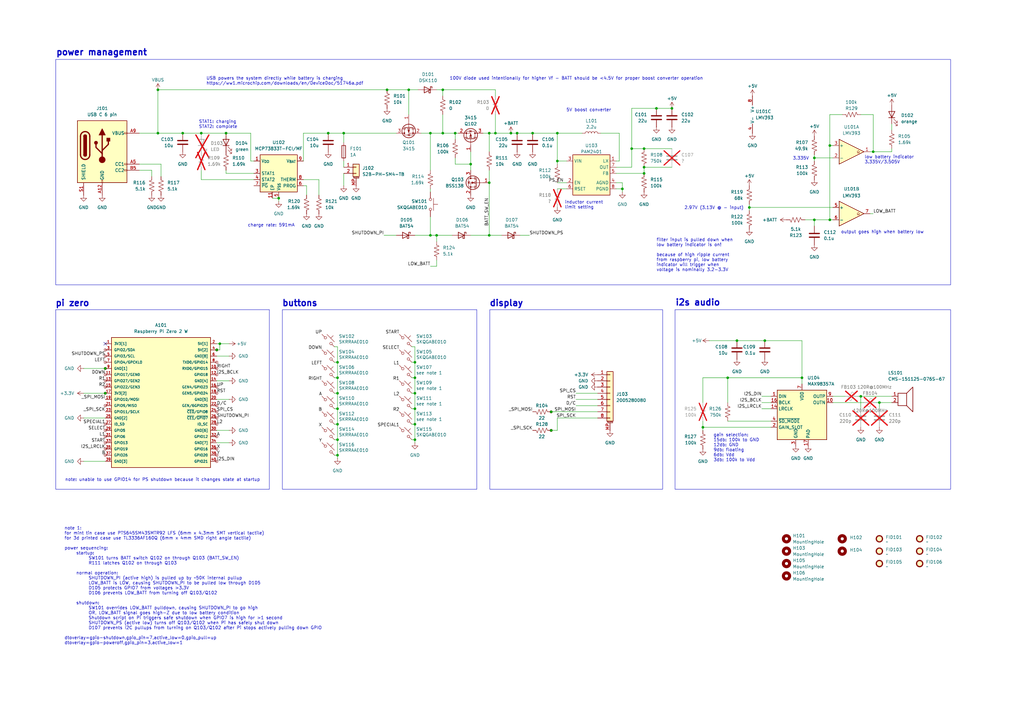
<source format=kicad_sch>
(kicad_sch (version 20231120) (generator "eeschema") (generator_version "8.0")
  (paper "A3")
  (title_block (title "pi tin main pcb") (date "2025-03-08") (rev "2") (company "alley cat engineering") (comment 1 "drawn by jackw01"))
  (lib_symbols
    (symbol "Audio:MAX98357A"
      (property "Reference" "U" (at -8.89 11.43 0))
      (property "Value" "MAX98357A" (at 10.16 11.43 0))
      (symbol "MAX98357A_1_1"
        (pin input line (at -12.7 7.62 0) (length 2.54) (name "DIN") (number "1"))
        (pin output line (at 12.7 5.08 180) (length 2.54) (name "OUTN") (number "10"))
        (pin passive line (at -2.54 -12.7 90) (length 2.54) hide (name "GND") (number "11"))
        (pin no_connect line (at 10.16 -5.08 180) (length 2.54) hide (name "NC") (number "12"))
        (pin no_connect line (at 10.16 -7.62 180) (length 2.54) hide (name "NC") (number "13"))
        (pin input line (at -12.7 2.54 0) (length 2.54) (name "LRCLK") (number "14"))
        (pin passive line (at -2.54 -12.7 90) (length 2.54) hide (name "GND") (number "15"))
        (pin input line (at -12.7 5.08 0) (length 2.54) (name "BCLK") (number "16"))
        (pin unspecified line (at 2.54 -12.7 90) (length 2.54) (name "PAD") (number "17"))
        (pin passive line (at -12.7 -5.08 0) (length 2.54) (name "GAIN_SLOT") (number "2"))
        (pin power_in line (at -2.54 -12.7 90) (length 2.54) (name "GND") (number "3"))
        (pin input line (at -12.7 -2.54 0) (length 2.54) (name "~{SD_MODE}") (number "4"))
        (pin no_connect line (at 10.16 2.54 180) (length 2.54) hide (name "NC") (number "5"))
        (pin no_connect line (at 10.16 0 180) (length 2.54) hide (name "NC") (number "6"))
        (pin power_in line (at 0 12.7 270) (length 2.54) (name "VDD") (number "7"))
        (pin passive line (at 0 12.7 270) (length 2.54) hide (name "VDD") (number "8"))
        (pin output line (at 12.7 7.62 180) (length 2.54) (name "OUTP") (number "9"))
      )
    )
    (symbol "Battery_Management:MCP73833-xxx-MF"
      (property "Reference" "U" (at -6.35 8.89 0))
      (property "Value" "MCP73833-xxx-MF" (at 10.16 8.89 0))
      (symbol "MCP73833-xxx-MF_1_1"
        (pin power_in line (at -10.16 5.08 0) (length 2.54) (name "V_{DD}") (number "1"))
        (pin passive line (at 10.16 5.08 180) (length 2.54) hide (name "V_{BAT}") (number "10"))
        (pin power_in line (at -2.54 -10.16 90) (length 2.54) (name "EP") (number "11"))
        (pin passive line (at -10.16 5.08 0) (length 2.54) hide (name "V_{DD}") (number "2"))
        (pin open_collector line (at -10.16 0 0) (length 2.54) (name "STAT1") (number "3"))
        (pin open_collector line (at -10.16 -2.54 0) (length 2.54) (name "STAT2") (number "4"))
        (pin power_in line (at 0 -10.16 90) (length 2.54) (name "V_{SS}") (number "5"))
        (pin input line (at 10.16 -5.08 180) (length 2.54) (name "PROG") (number "6"))
        (pin open_collector line (at -10.16 -5.08 0) (length 2.54) (name "~{PG}") (number "7"))
        (pin passive line (at 10.16 -2.54 180) (length 2.54) (name "THERM") (number "8"))
        (pin power_out line (at 10.16 5.08 180) (length 2.54) (name "V_{BAT}") (number "9"))
      )
    )
    (symbol "Comparator:LMV393" (pin_names (offset 0.127))
      (property "Reference" "U" (at 3.81 3.81 0))
      (property "Value" "LMV393" (at 6.35 -3.81 0))
      (symbol "LMV393_1_1"
        (pin open_collector line (at 7.62 0 180) (length 2.54) (name "~") (number "1"))
        (pin input line (at -7.62 -2.54 0) (length 2.54) (name "-") (number "2"))
        (pin input line (at -7.62 2.54 0) (length 2.54) (name "+") (number "3"))
      )
      (symbol "LMV393_2_1"
        (pin input line (at -7.62 2.54 0) (length 2.54) (name "+") (number "5"))
        (pin input line (at -7.62 -2.54 0) (length 2.54) (name "-") (number "6"))
        (pin open_collector line (at 7.62 0 180) (length 2.54) (name "~") (number "7"))
      )
      (symbol "LMV393_3_1"
        (pin power_in line (at -2.54 -7.62 90) (length 3.81) (name "V-") (number "4"))
        (pin power_in line (at -2.54 7.62 270) (length 3.81) (name "V+") (number "8"))
      )
    )
    (symbol "Connector:TestPoint_Small" (pin_numbers hide) (pin_names (offset 0.762) hide)
      (property "Reference" "TP" (at 0 3.81 0))
      (property "Value" "TestPoint_Small" (at 0 2.032 0))
      (symbol "TestPoint_Small_1_1"
        (pin passive line (at 0 0 90) (length 0) (name "1") (number "1"))
      )
    )
    (symbol "Connector:USB_C_Receptacle_PowerOnly_6P" (pin_names (offset 1.016))
      (property "Reference" "J" (at 0 16.51 0))
      (property "Value" "USB_C_Receptacle_PowerOnly_6P" (at 0 13.97 0))
      (symbol "USB_C_Receptacle_PowerOnly_6P_1_1"
        (pin passive line (at 0 -17.78 90) (length 5.08) (name "GND") (number "A12"))
        (pin bidirectional line (at 15.24 -5.08 180) (length 5.08) (name "CC1") (number "A5"))
        (pin passive line (at 15.24 7.62 180) (length 5.08) (name "VBUS") (number "A9"))
        (pin passive line (at 0 -17.78 90) (length 5.08) hide (name "GND") (number "B12"))
        (pin bidirectional line (at 15.24 -7.62 180) (length 5.08) (name "CC2") (number "B5"))
        (pin passive line (at 15.24 7.62 180) (length 5.08) hide (name "VBUS") (number "B9"))
        (pin passive line (at -7.62 -17.78 90) (length 5.08) (name "SHIELD") (number "S1"))
      )
    )
    (symbol "Connector_Generic_MountingPin:Conn_01x02_MountingPin" (pin_names (offset 1.016) hide)
      (property "Reference" "J" (at 0 2.54 0))
      (property "Value" "Conn_01x02_MountingPin" (at 1.27 -5.08 0))
      (symbol "Conn_01x02_MountingPin_1_1"
        (text "Mounting" (at 0 -4.191 0) (effects (font (size 0.381 0.381))))
        (pin passive line (at -5.08 0 0) (length 3.81) (name "Pin_1") (number "1"))
        (pin passive line (at -5.08 -2.54 0) (length 3.81) (name "Pin_2") (number "2"))
        (pin passive line (at 0 -7.62 90) (length 3.048) (name "MountPin") (number "MP"))
      )
    )
    (symbol "Connector_Generic_MountingPin:Conn_01x08_MountingPin" (pin_names (offset 1.016) hide)
      (property "Reference" "J" (at 0 10.16 0))
      (property "Value" "Conn_01x08_MountingPin" (at 1.27 -12.7 0))
      (symbol "Conn_01x08_MountingPin_1_1"
        (text "Mounting" (at 0 -11.811 0) (effects (font (size 0.381 0.381))))
        (pin passive line (at -5.08 7.62 0) (length 3.81) (name "Pin_1") (number "1"))
        (pin passive line (at -5.08 5.08 0) (length 3.81) (name "Pin_2") (number "2"))
        (pin passive line (at -5.08 2.54 0) (length 3.81) (name "Pin_3") (number "3"))
        (pin passive line (at -5.08 0 0) (length 3.81) (name "Pin_4") (number "4"))
        (pin passive line (at -5.08 -2.54 0) (length 3.81) (name "Pin_5") (number "5"))
        (pin passive line (at -5.08 -5.08 0) (length 3.81) (name "Pin_6") (number "6"))
        (pin passive line (at -5.08 -7.62 0) (length 3.81) (name "Pin_7") (number "7"))
        (pin passive line (at -5.08 -10.16 0) (length 3.81) (name "Pin_8") (number "8"))
        (pin passive line (at 0 -15.24 90) (length 3.048) (name "MountPin") (number "MP"))
      )
    )
    (symbol "Device:C" (pin_numbers hide) (pin_names (offset 0.254))
      (property "Reference" "C" (at 0.635 2.54 0))
      (property "Value" "C" (at 0.635 -2.54 0))
      (symbol "C_1_1"
        (pin passive line (at 0 3.81 270) (length 2.794) (name "~") (number "1"))
        (pin passive line (at 0 -3.81 90) (length 2.794) (name "~") (number "2"))
      )
    )
    (symbol "Device:FerriteBead_Small" (pin_numbers hide) (pin_names (offset 0))
      (property "Reference" "FB" (at 1.905 1.27 0))
      (property "Value" "FerriteBead_Small" (at 1.905 -1.27 0))
      (symbol "FerriteBead_Small_1_1"
        (pin passive line (at 0 2.54 270) (length 1.27) (name "~") (number "1"))
        (pin passive line (at 0 -2.54 90) (length 1.27) (name "~") (number "2"))
      )
    )
    (symbol "Device:Fuse" (pin_numbers hide) (pin_names (offset 0))
      (property "Reference" "F" (at 2.032 0 90))
      (property "Value" "Fuse" (at -1.905 0 90))
      (symbol "Fuse_1_1"
        (pin passive line (at 0 3.81 270) (length 1.27) (name "~") (number "1"))
        (pin passive line (at 0 -3.81 90) (length 1.27) (name "~") (number "2"))
      )
    )
    (symbol "Device:L" (pin_numbers hide) (pin_names (offset 1.016) hide)
      (property "Reference" "L" (at -1.27 0 90))
      (property "Value" "L" (at 1.905 0 90))
      (symbol "L_1_1"
        (pin passive line (at 0 3.81 270) (length 1.27) (name "1") (number "1"))
        (pin passive line (at 0 -3.81 90) (length 1.27) (name "2") (number "2"))
      )
    )
    (symbol "Device:LED" (pin_numbers hide) (pin_names (offset 1.016) hide)
      (property "Reference" "D" (at 0 2.54 0))
      (property "Value" "LED" (at 0 -2.54 0))
      (symbol "LED_1_1"
        (pin passive line (at -3.81 0 0) (length 2.54) (name "K") (number "1"))
        (pin passive line (at 3.81 0 180) (length 2.54) (name "A") (number "2"))
      )
    )
    (symbol "Device:R_US" (pin_numbers hide) (pin_names (offset 0))
      (property "Reference" "R" (at 2.54 0 90))
      (property "Value" "R_US" (at -2.54 0 90))
      (symbol "R_US_1_1"
        (pin passive line (at 0 3.81 270) (length 1.27) (name "~") (number "1"))
        (pin passive line (at 0 -3.81 90) (length 1.27) (name "~") (number "2"))
      )
    )
    (symbol "Device:Speaker" (pin_names (offset 0) hide)
      (property "Reference" "LS" (at 1.27 5.715 0))
      (property "Value" "Speaker" (at 1.27 3.81 0))
      (symbol "Speaker_1_1"
        (pin input line (at -5.08 0 0) (length 2.54) (name "1") (number "1"))
        (pin input line (at -5.08 -2.54 0) (length 2.54) (name "2") (number "2"))
      )
    )
    (symbol "Diode:BAT54J" (pin_numbers hide) (pin_names (offset 1.016) hide)
      (property "Reference" "D" (at 0 2.54 0))
      (property "Value" "BAT54J" (at 0 -2.54 0))
      (symbol "BAT54J_1_1"
        (pin passive line (at -3.81 0 0) (length 2.54) (name "K") (number "1"))
        (pin passive line (at 3.81 0 180) (length 2.54) (name "A") (number "2"))
      )
    )
    (symbol "Diode:SS15" (pin_numbers hide) (pin_names (offset 1.016) hide)
      (property "Reference" "D" (at 0 2.54 0))
      (property "Value" "SS15" (at 0 -2.54 0))
      (symbol "SS15_1_1"
        (pin passive line (at -3.81 0 0) (length 2.54) (name "K") (number "1"))
        (pin passive line (at 3.81 0 180) (length 2.54) (name "A") (number "2"))
      )
    )
    (symbol "Mechanical:Fiducial" (exclude_from_sim yes) (in_bom no)
      (property "Reference" "FID" (at 0 5.08 0))
      (property "Value" "Fiducial" (at 0 3.175 0))
    )
    (symbol "Mechanical:MountingHole" (pin_names (offset 1.016)) (exclude_from_sim yes) (in_bom no)
      (property "Reference" "H" (at 0 5.08 0))
      (property "Value" "MountingHole" (at 0 3.175 0))
    )
    (symbol "RASPBERRYPI-ZERO:RASPBERRYPI-ZERO" (pin_names (offset 1.016))
      (property "Reference" "A" (at -20.34 26.6962 0))
      (property "Value" "RASPBERRYPI-ZERO" (at -20.3391 -30.5087 0))
      (symbol "RASPBERRYPI-ZERO_0_0"
        (pin power_in line (at -22.86 22.86 0) (length 2.54) (name "3V3[1]") (number "1"))
        (pin bidirectional line (at 22.86 12.7 180) (length 2.54) (name "RXD0/GPIO15") (number "10"))
        (pin bidirectional line (at -22.86 10.16 0) (length 2.54) (name "GPIO17/GEN0") (number "11"))
        (pin bidirectional line (at 22.86 10.16 180) (length 2.54) (name "GPIO18") (number "12"))
        (pin bidirectional line (at -22.86 7.62 0) (length 2.54) (name "GPIO27/GEN2") (number "13"))
        (pin power_in line (at 22.86 7.62 180) (length 2.54) (name "GND[4]") (number "14"))
        (pin bidirectional line (at -22.86 5.08 0) (length 2.54) (name "GPIO22/GEN3") (number "15"))
        (pin bidirectional line (at 22.86 5.08 180) (length 2.54) (name "GEN4/GPIO23") (number "16"))
        (pin power_in line (at -22.86 2.54 0) (length 2.54) (name "3V3[2]") (number "17"))
        (pin bidirectional line (at 22.86 2.54 180) (length 2.54) (name "GEN5/GPIO24") (number "18"))
        (pin bidirectional line (at -22.86 0 0) (length 2.54) (name "GPIO10/MOSI") (number "19"))
        (pin power_in line (at 22.86 22.86 180) (length 2.54) (name "5V[1]") (number "2"))
        (pin power_in line (at 22.86 0 180) (length 2.54) (name "GND[5]") (number "20"))
        (pin bidirectional line (at -22.86 -2.54 0) (length 2.54) (name "GPIO9/MISO") (number "21"))
        (pin bidirectional line (at 22.86 -2.54 180) (length 2.54) (name "GEN/6GPIO25") (number "22"))
        (pin bidirectional line (at -22.86 -5.08 0) (length 2.54) (name "GPIO11/SCLK") (number "23"))
        (pin bidirectional line (at 22.86 -5.08 180) (length 2.54) (name "~{CE0}/GPIO8") (number "24"))
        (pin power_in line (at -22.86 -7.62 0) (length 2.54) (name "GND[2]") (number "25"))
        (pin bidirectional line (at 22.86 -7.62 180) (length 2.54) (name "~{CE1}/~{GPIO7}") (number "26"))
        (pin bidirectional line (at -22.86 -10.16 0) (length 2.54) (name "ID_SD") (number "27"))
        (pin bidirectional line (at 22.86 -10.16 180) (length 2.54) (name "ID_SC") (number "28"))
        (pin bidirectional line (at -22.86 -12.7 0) (length 2.54) (name "GPIO5") (number "29"))
        (pin bidirectional line (at -22.86 20.32 0) (length 2.54) (name "GPIO2/SDA") (number "3"))
        (pin power_in line (at 22.86 -12.7 180) (length 2.54) (name "GND[6]") (number "30"))
        (pin bidirectional line (at -22.86 -15.24 0) (length 2.54) (name "GPIO6") (number "31"))
        (pin bidirectional line (at 22.86 -15.24 180) (length 2.54) (name "GPIO12") (number "32"))
        (pin bidirectional line (at -22.86 -17.78 0) (length 2.54) (name "GPIO13") (number "33"))
        (pin power_in line (at 22.86 -17.78 180) (length 2.54) (name "GND[7]") (number "34"))
        (pin bidirectional line (at -22.86 -20.32 0) (length 2.54) (name "GPIO19") (number "35"))
        (pin bidirectional line (at 22.86 -20.32 180) (length 2.54) (name "GPIO16") (number "36"))
        (pin bidirectional line (at -22.86 -22.86 0) (length 2.54) (name "GPIO26") (number "37"))
        (pin bidirectional line (at 22.86 -22.86 180) (length 2.54) (name "GPIO20") (number "38"))
        (pin power_in line (at -22.86 -25.4 0) (length 2.54) (name "GND[3]") (number "39"))
        (pin power_in line (at 22.86 20.32 180) (length 2.54) (name "5V[2]") (number "4"))
        (pin bidirectional line (at 22.86 -25.4 180) (length 2.54) (name "GPIO21") (number "40"))
        (pin bidirectional line (at -22.86 17.78 0) (length 2.54) (name "GPIO3/SCL") (number "5"))
        (pin power_in line (at 22.86 17.78 180) (length 2.54) (name "GND[8]") (number "6"))
        (pin bidirectional line (at -22.86 15.24 0) (length 2.54) (name "GPIO4/GPCKL0") (number "7"))
        (pin bidirectional line (at 22.86 15.24 180) (length 2.54) (name "TXD0/GPIO14") (number "8"))
        (pin power_in line (at -22.86 12.7 0) (length 2.54) (name "GND[1]") (number "9"))
      )
    )
    (symbol "Regulator_Switching:MCP16312x-xMS"
      (property "Reference" "U1" (at 0 12.7 0))
      (property "Value" "PAM2401" (at 0 10.16 0))
      (symbol "MCP16312x-xMS_1_1"
        (pin output line (at 10.16 6.35 180) (length 2.54) (name "LX") (number "1"))
        (pin passive line (at -10.16 -2.54 0) (length 2.54) (name "EN") (number "2"))
        (pin power_in line (at -10.16 6.35 0) (length 2.54) (name "VIN") (number "3"))
        (pin power_in line (at 10.16 -2.54 180) (length 2.54) (name "AGND") (number "4"))
        (pin input line (at 10.16 1.27 180) (length 2.54) (name "FB") (number "5"))
        (pin output line (at -10.16 -5.08 0) (length 2.54) (name "RSET") (number "6"))
        (pin power_out line (at 10.16 3.81 180) (length 2.54) (name "OUT") (number "7"))
        (pin power_in line (at 10.16 -5.08 180) (length 2.54) (name "PGND") (number "8"))
      )
    )
    (symbol "Switch:SW_Push" (pin_numbers hide) (pin_names (offset 1.016) hide)
      (property "Reference" "SW" (at 1.27 2.54 0))
      (property "Value" "SW_Push" (at 0 -1.524 0))
      (symbol "SW_Push_0_1"
        (pin passive line (at -5.08 0 0) (length 2.54) (name "1") (number "1"))
        (pin passive line (at 5.08 0 180) (length 2.54) (name "2") (number "2"))
      )
    )
    (symbol "Switch:SW_Push_45deg" (pin_numbers hide) (pin_names (offset 1.016) hide)
      (property "Reference" "SW" (at 3.048 1.016 0))
      (property "Value" "SW_Push_45deg" (at 0 -3.81 0))
      (symbol "SW_Push_45deg_0_1"
        (pin passive line (at -2.54 2.54 0) (length 0) (name "1") (number "1"))
        (pin passive line (at 2.54 -2.54 180) (length 0) (name "2") (number "2"))
      )
    )
    (symbol "Transistor_FET:AO3401A" (pin_names hide)
      (property "Reference" "Q" (at 5.08 1.905 0))
      (property "Value" "AO3401A" (at 5.08 0 0))
      (symbol "AO3401A_1_1"
        (pin input line (at -5.08 0 0) (length 2.54) (name "G") (number "1"))
        (pin passive line (at 2.54 -5.08 90) (length 2.54) (name "S") (number "2"))
        (pin passive line (at 2.54 5.08 270) (length 2.54) (name "D") (number "3"))
      )
    )
    (symbol "Transistor_FET:BSS138" (pin_names hide)
      (property "Reference" "Q" (at 5.08 1.905 0))
      (property "Value" "BSS138" (at 5.08 0 0))
      (symbol "BSS138_1_1"
        (pin input line (at -5.08 0 0) (length 2.54) (name "G") (number "1"))
        (pin passive line (at 2.54 -5.08 90) (length 2.54) (name "S") (number "2"))
        (pin passive line (at 2.54 5.08 270) (length 2.54) (name "D") (number "3"))
      )
    )
    (symbol "power:+3.3V" (power) (pin_numbers hide) (pin_names (offset 0) hide)
      (property "Value" "+3.3V" (at 0 3.556 0))
      (symbol "+3.3V_1_1"
        (pin power_in line (at 0 0 90) (length 0) (name "~") (number "1"))
      )
    )
    (symbol "power:+5V" (power) (pin_numbers hide) (pin_names (offset 0) hide)
      (property "Value" "+5V" (at 0 3.556 0))
      (symbol "+5V_1_1"
        (pin power_in line (at 0 0 90) (length 0) (name "~") (number "1"))
      )
    )
    (symbol "power:+BATT" (power) (pin_numbers hide) (pin_names (offset 0) hide)
      (property "Value" "+BATT" (at 0 3.556 0))
      (symbol "+BATT_1_1"
        (pin power_in line (at 0 0 90) (length 0) (name "~") (number "1"))
      )
    )
    (symbol "power:GND" (power) (pin_numbers hide) (pin_names (offset 0) hide)
      (property "Value" "GND" (at 0 -3.81 0))
      (symbol "GND_1_1"
        (pin power_in line (at 0 0 270) (length 0) (name "~") (number "1"))
      )
    )
    (symbol "power:VBUS" (power) (pin_numbers hide) (pin_names (offset 0) hide)
      (property "Value" "VBUS" (at 0 3.556 0))
      (symbol "VBUS_1_1"
        (pin power_in line (at 0 0 90) (length 0) (name "~") (number "1"))
      )
    )
  )
  (junction (at 313.69 139.7))
  (junction (at 255.27 77.47))
  (junction (at 170.18 167.64))
  (junction (at 64.77 54.61))
  (junction (at 228.6 66.04))
  (junction (at 138.43 173.99))
  (junction (at 200.66 54.61))
  (junction (at 186.69 54.61))
  (junction (at 170.18 161.29))
  (junction (at 92.71 54.61))
  (junction (at 334.01 64.77))
  (junction (at 170.18 180.34))
  (junction (at 179.07 96.52))
  (junction (at 181.61 36.83))
  (junction (at 209.55 54.61))
  (junction (at 203.2 54.61))
  (junction (at 140.97 54.61))
  (junction (at 360.68 165.1))
  (junction (at 138.43 186.69))
  (junction (at 138.43 180.34))
  (junction (at 138.43 167.64))
  (junction (at 138.43 154.94))
  (junction (at 170.18 173.99))
  (junction (at 264.16 71.12))
  (junction (at 158.75 36.83))
  (junction (at 269.24 44.45))
  (junction (at 193.04 67.31))
  (junction (at 43.18 151.13))
  (junction (at 275.59 44.45))
  (junction (at 138.43 148.59))
  (junction (at 134.62 54.61))
  (junction (at 64.77 36.83))
  (junction (at 353.06 162.56))
  (junction (at 74.93 54.61))
  (junction (at 358.14 62.23))
  (junction (at 82.55 54.61))
  (junction (at 181.61 54.61))
  (junction (at 288.29 175.26))
  (junction (at 264.16 68.58))
  (junction (at 200.66 96.52))
  (junction (at 340.36 59.69))
  (junction (at 170.18 148.59))
  (junction (at 264.16 60.96))
  (junction (at 302.26 139.7))
  (junction (at 90.17 140.97))
  (junction (at 170.18 154.94))
  (junction (at 218.44 54.61))
  (junction (at 298.45 154.94))
  (junction (at 226.06 168.91))
  (junction (at 43.18 161.29))
  (junction (at 328.93 154.94))
  (junction (at 114.3 81.28))
  (junction (at 138.43 161.29))
  (junction (at 176.53 96.52))
  (junction (at 228.6 54.61))
  (junction (at 200.66 74.93))
  (junction (at 176.53 54.61))
  (junction (at 259.08 60.96))
  (junction (at 212.09 54.61))
  (junction (at 334.01 90.17))
  (junction (at 307.34 85.09))
  (junction (at 226.06 176.53))
  (junction (at 167.64 36.83))
  (junction (at 340.36 90.17))
  (junction (at 88.9 143.51))
  (no_connect (at 43.18 140.97))
  (wire (pts (xy 203.2 46.99) (xy 203.2 54.61)))
  (wire (pts (xy 179.07 96.52) (xy 185.42 96.52)))
  (wire (pts (xy 138.43 187.96) (xy 138.43 186.69)))
  (wire (pts (xy 259.08 60.96) (xy 264.16 60.96)))
  (wire (pts (xy 275.59 60.96) (xy 264.16 60.96)))
  (wire (pts (xy 88.9 181.61) (xy 93.98 181.61)))
  (wire (pts (xy 125.73 76.2) (xy 124.46 76.2)))
  (wire (pts (xy 138.43 173.99) (xy 138.43 180.34)))
  (wire (pts (xy 168.91 161.29) (xy 170.18 161.29)))
  (wire (pts (xy 176.53 96.52) (xy 179.07 96.52)))
  (wire (pts (xy 137.16 161.29) (xy 138.43 161.29)))
  (wire (pts (xy 341.63 165.1) (xy 354.33 165.1)))
  (wire (pts (xy 288.29 175.26) (xy 316.23 175.26)))
  (wire (pts (xy 170.18 161.29) (xy 170.18 167.64)))
  (wire (pts (xy 200.66 96.52) (xy 205.74 96.52)))
  (wire (pts (xy 168.91 180.34) (xy 170.18 180.34)))
  (wire (pts (xy 340.36 59.69) (xy 340.36 46.99)))
  (wire (pts (xy 186.69 54.61) (xy 187.96 54.61)))
  (wire (pts (xy 198.12 54.61) (xy 200.66 54.61)))
  (wire (pts (xy 181.61 54.61) (xy 186.69 54.61)))
  (wire (pts (xy 226.06 168.91) (xy 245.11 168.91)))
  (wire (pts (xy 176.53 54.61) (xy 176.53 69.85)))
  (wire (pts (xy 57.15 69.85) (xy 62.23 69.85)))
  (wire (pts (xy 365.76 62.23) (xy 358.14 62.23)))
  (wire (pts (xy 181.61 36.83) (xy 181.61 39.37)))
  (wire (pts (xy 255.27 77.47) (xy 252.73 77.47)))
  (wire (pts (xy 170.18 173.99) (xy 170.18 180.34)))
  (wire (pts (xy 137.16 173.99) (xy 138.43 173.99)))
  (wire (pts (xy 88.9 140.97) (xy 90.17 140.97)))
  (wire (pts (xy 90.17 140.97) (xy 93.98 140.97)))
  (wire (pts (xy 137.16 167.64) (xy 138.43 167.64)))
  (wire (pts (xy 334.01 66.04) (xy 334.01 64.77)))
  (wire (pts (xy 288.29 154.94) (xy 298.45 154.94)))
  (wire (pts (xy 170.18 181.61) (xy 170.18 180.34)))
  (wire (pts (xy 298.45 154.94) (xy 298.45 165.1)))
  (wire (pts (xy 200.66 54.61) (xy 203.2 54.61)))
  (wire (pts (xy 353.06 162.56) (xy 353.06 167.64)))
  (wire (pts (xy 340.36 59.69) (xy 341.63 59.69)))
  (wire (pts (xy 176.53 54.61) (xy 181.61 54.61)))
  (wire (pts (xy 307.34 83.82) (xy 307.34 85.09)))
  (wire (pts (xy 193.04 67.31) (xy 193.04 69.85)))
  (wire (pts (xy 124.46 54.61) (xy 124.46 66.04)))
  (wire (pts (xy 138.43 148.59) (xy 138.43 154.94)))
  (wire (pts (xy 102.87 66.04) (xy 104.14 66.04)))
  (wire (pts (xy 181.61 46.99) (xy 181.61 54.61)))
  (wire (pts (xy 200.66 69.85) (xy 200.66 74.93)))
  (wire (pts (xy 340.36 46.99) (xy 345.44 46.99)))
  (wire (pts (xy 340.36 59.69) (xy 340.36 90.17)))
  (wire (pts (xy 193.04 62.23) (xy 193.04 67.31)))
  (wire (pts (xy 179.07 36.83) (xy 181.61 36.83)))
  (wire (pts (xy 92.71 71.12) (xy 92.71 69.85)))
  (wire (pts (xy 255.27 74.93) (xy 255.27 77.47)))
  (wire (pts (xy 102.87 66.04) (xy 102.87 54.61)))
  (wire (pts (xy 312.42 162.56) (xy 316.23 162.56)))
  (wire (pts (xy 88.9 163.83) (xy 93.98 163.83)))
  (wire (pts (xy 176.53 77.47) (xy 176.53 78.74)))
  (wire (pts (xy 124.46 73.66) (xy 130.81 73.66)))
  (wire (pts (xy 90.17 143.51) (xy 90.17 140.97)))
  (wire (pts (xy 259.08 60.96) (xy 259.08 68.58)))
  (wire (pts (xy 254 54.61) (xy 246.38 54.61)))
  (wire (pts (xy 62.23 69.85) (xy 62.23 72.39)))
  (wire (pts (xy 351.79 162.56) (xy 353.06 162.56)))
  (wire (pts (xy 252.73 74.93) (xy 255.27 74.93)))
  (wire (pts (xy 43.18 151.13) (xy 34.29 151.13)))
  (wire (pts (xy 259.08 44.45) (xy 269.24 44.45)))
  (wire (pts (xy 252.73 66.04) (xy 254 66.04)))
  (wire (pts (xy 217.17 96.52) (xy 213.36 96.52)))
  (wire (pts (xy 181.61 36.83) (xy 203.2 36.83)))
  (wire (pts (xy 334.01 90.17) (xy 334.01 92.71)))
  (wire (pts (xy 218.44 54.61) (xy 228.6 54.61)))
  (wire (pts (xy 228.6 66.04) (xy 228.6 67.31)))
  (wire (pts (xy 170.18 154.94) (xy 170.18 161.29)))
  (wire (pts (xy 236.22 163.83) (xy 245.11 163.83)))
  (wire (pts (xy 365.76 60.96) (xy 365.76 62.23)))
  (wire (pts (xy 228.6 66.04) (xy 232.41 66.04)))
  (wire (pts (xy 64.77 36.83) (xy 64.77 54.61)))
  (wire (pts (xy 334.01 63.5) (xy 334.01 64.77)))
  (wire (pts (xy 228.6 176.53) (xy 228.6 171.45)))
  (wire (pts (xy 57.15 54.61) (xy 64.77 54.61)))
  (wire (pts (xy 157.48 96.52) (xy 162.56 96.52)))
  (wire (pts (xy 252.73 68.58) (xy 259.08 68.58)))
  (wire (pts (xy 360.68 165.1) (xy 359.41 165.1)))
  (wire (pts (xy 186.69 64.77) (xy 186.69 67.31)))
  (wire (pts (xy 57.15 67.31) (xy 66.04 67.31)))
  (wire (pts (xy 358.14 62.23) (xy 356.87 62.23)))
  (wire (pts (xy 186.69 67.31) (xy 193.04 67.31)))
  (wire (pts (xy 138.43 142.24) (xy 138.43 148.59)))
  (wire (pts (xy 171.45 36.83) (xy 167.64 36.83)))
  (wire (pts (xy 228.6 77.47) (xy 232.41 77.47)))
  (wire (pts (xy 330.2 90.17) (xy 334.01 90.17)))
  (wire (pts (xy 138.43 154.94) (xy 138.43 161.29)))
  (wire (pts (xy 82.55 69.85) (xy 82.55 73.66)))
  (wire (pts (xy 111.76 81.28) (xy 114.3 81.28)))
  (wire (pts (xy 137.16 180.34) (xy 138.43 180.34)))
  (wire (pts (xy 43.18 189.23) (xy 34.29 189.23)))
  (wire (pts (xy 168.91 173.99) (xy 170.18 173.99)))
  (wire (pts (xy 358.14 46.99) (xy 358.14 62.23)))
  (wire (pts (xy 200.66 74.93) (xy 200.66 96.52)))
  (wire (pts (xy 312.42 165.1) (xy 316.23 165.1)))
  (wire (pts (xy 66.04 67.31) (xy 66.04 72.39)))
  (wire (pts (xy 137.16 142.24) (xy 138.43 142.24)))
  (wire (pts (xy 340.36 90.17) (xy 341.63 90.17)))
  (wire (pts (xy 124.46 54.61) (xy 134.62 54.61)))
  (wire (pts (xy 288.29 176.53) (xy 288.29 175.26)))
  (wire (pts (xy 130.81 73.66) (xy 130.81 80.01)))
  (wire (pts (xy 298.45 172.72) (xy 316.23 172.72)))
  (wire (pts (xy 172.72 54.61) (xy 176.53 54.61)))
  (wire (pts (xy 228.6 74.93) (xy 232.41 74.93)))
  (wire (pts (xy 168.91 167.64) (xy 170.18 167.64)))
  (wire (pts (xy 170.18 96.52) (xy 176.53 96.52)))
  (wire (pts (xy 140.97 54.61) (xy 162.56 54.61)))
  (wire (pts (xy 88.9 156.21) (xy 93.98 156.21)))
  (wire (pts (xy 137.16 186.69) (xy 138.43 186.69)))
  (wire (pts (xy 228.6 54.61) (xy 238.76 54.61)))
  (wire (pts (xy 360.68 167.64) (xy 360.68 165.1)))
  (wire (pts (xy 158.75 36.83) (xy 167.64 36.83)))
  (wire (pts (xy 307.34 86.36) (xy 307.34 85.09)))
  (wire (pts (xy 203.2 54.61) (xy 209.55 54.61)))
  (wire (pts (xy 179.07 106.68) (xy 179.07 109.22)))
  (wire (pts (xy 137.16 148.59) (xy 138.43 148.59)))
  (wire (pts (xy 228.6 54.61) (xy 228.6 66.04)))
  (wire (pts (xy 212.09 54.61) (xy 218.44 54.61)))
  (wire (pts (xy 290.83 139.7) (xy 302.26 139.7)))
  (wire (pts (xy 82.55 73.66) (xy 104.14 73.66)))
  (wire (pts (xy 236.22 161.29) (xy 245.11 161.29)))
  (wire (pts (xy 302.26 139.7) (xy 313.69 139.7)))
  (wire (pts (xy 312.42 167.64) (xy 316.23 167.64)))
  (wire (pts (xy 137.16 154.94) (xy 138.43 154.94)))
  (wire (pts (xy 64.77 36.83) (xy 158.75 36.83)))
  (wire (pts (xy 74.93 54.61) (xy 82.55 54.61)))
  (wire (pts (xy 102.87 54.61) (xy 92.71 54.61)))
  (wire (pts (xy 140.97 66.04) (xy 140.97 68.58)))
  (wire (pts (xy 264.16 68.58) (xy 264.16 71.12)))
  (wire (pts (xy 226.06 176.53) (xy 228.6 176.53)))
  (wire (pts (xy 179.07 96.52) (xy 179.07 99.06)))
  (wire (pts (xy 138.43 180.34) (xy 138.43 186.69)))
  (wire (pts (xy 168.91 154.94) (xy 170.18 154.94)))
  (wire (pts (xy 134.62 54.61) (xy 140.97 54.61)))
  (wire (pts (xy 358.14 87.63) (xy 356.87 87.63)))
  (wire (pts (xy 334.01 90.17) (xy 340.36 90.17)))
  (wire (pts (xy 236.22 166.37) (xy 245.11 166.37)))
  (wire (pts (xy 88.9 143.51) (xy 90.17 143.51)))
  (wire (pts (xy 264.16 68.58) (xy 275.59 68.58)))
  (wire (pts (xy 140.97 54.61) (xy 140.97 58.42)))
  (wire (pts (xy 170.18 142.24) (xy 170.18 148.59)))
  (wire (pts (xy 259.08 44.45) (xy 259.08 60.96)))
  (wire (pts (xy 353.06 162.56) (xy 365.76 162.56)))
  (wire (pts (xy 125.73 80.01) (xy 125.73 76.2)))
  (wire (pts (xy 341.63 162.56) (xy 346.71 162.56)))
  (wire (pts (xy 176.53 88.9) (xy 176.53 96.52)))
  (wire (pts (xy 88.9 146.05) (xy 93.98 146.05)))
  (wire (pts (xy 193.04 96.52) (xy 200.66 96.52)))
  (wire (pts (xy 288.29 154.94) (xy 288.29 165.1)))
  (wire (pts (xy 114.3 82.55) (xy 114.3 81.28)))
  (wire (pts (xy 138.43 161.29) (xy 138.43 167.64)))
  (wire (pts (xy 328.93 139.7) (xy 328.93 154.94)))
  (wire (pts (xy 168.91 142.24) (xy 170.18 142.24)))
  (wire (pts (xy 365.76 53.34) (xy 365.76 50.8)))
  (wire (pts (xy 252.73 71.12) (xy 264.16 71.12)))
  (wire (pts (xy 328.93 154.94) (xy 328.93 157.48)))
  (wire (pts (xy 34.29 161.29) (xy 43.18 161.29)))
  (wire (pts (xy 170.18 167.64) (xy 170.18 173.99)))
  (wire (pts (xy 170.18 148.59) (xy 170.18 154.94)))
  (wire (pts (xy 168.91 148.59) (xy 170.18 148.59)))
  (wire (pts (xy 64.77 54.61) (xy 74.93 54.61)))
  (wire (pts (xy 228.6 171.45) (xy 245.11 171.45)))
  (wire (pts (xy 167.64 36.83) (xy 167.64 46.99)))
  (wire (pts (xy 138.43 167.64) (xy 138.43 173.99)))
  (wire (pts (xy 209.55 54.61) (xy 212.09 54.61)))
  (wire (pts (xy 307.34 85.09) (xy 341.63 85.09)))
  (wire (pts (xy 43.18 171.45) (xy 34.29 171.45)))
  (wire (pts (xy 92.71 71.12) (xy 104.14 71.12)))
  (wire (pts (xy 353.06 46.99) (xy 358.14 46.99)))
  (wire (pts (xy 140.97 71.12) (xy 140.97 76.2)))
  (wire (pts (xy 298.45 154.94) (xy 328.93 154.94)))
  (wire (pts (xy 88.9 176.53) (xy 93.98 176.53)))
  (wire (pts (xy 255.27 78.74) (xy 255.27 77.47)))
  (wire (pts (xy 269.24 44.45) (xy 275.59 44.45)))
  (wire (pts (xy 313.69 139.7) (xy 328.93 139.7)))
  (wire (pts (xy 186.69 54.61) (xy 186.69 57.15)))
  (wire (pts (xy 176.53 109.22) (xy 179.07 109.22)))
  (wire (pts (xy 288.29 172.72) (xy 288.29 175.26)))
  (wire (pts (xy 200.66 54.61) (xy 200.66 62.23)))
  (wire (pts (xy 334.01 64.77) (xy 341.63 64.77)))
  (wire (pts (xy 82.55 54.61) (xy 92.71 54.61)))
  (wire (pts (xy 203.2 36.83) (xy 203.2 39.37)))
  (wire (pts (xy 360.68 165.1) (xy 365.76 165.1)))
  (wire (pts (xy 254 66.04) (xy 254 54.61)))
  (rectangle (start 115.824 127) (end 195.58 200.66))
  (rectangle (start 276.86 127) (end 389.89 200.66))
  (rectangle (start 200.914 127) (end 271.78 200.66))
  (rectangle (start 22.86 127) (end 110.49 200.66))
  (rectangle (start 22.86 24.384) (end 389.89 116.84))
  (text "i2s audio" (at 276.86 124.206 0) (effects (font (size 2.54 2.54) (thickness 0.508) (bold yes)) (justify left)))
  (text "low battery indicator\n3.335V/3.505V" (at 354.584 65.532 0) (effects (font (size 1.27 1.27)) (justify left)))
  (text "2.97V (3.13V @ - input)" (at 305.054 85.344 0) (effects (font (size 1.27 1.27)) (justify right)))
  (text "USB powers the system directly while battery is charging\nhttps://ww1.microchip.com/downloads/en/DeviceDoc/51746a.pdf" (at 84.582 33.274 0) (effects (font (size 1.27 1.27)) (justify left)))
  (text "note: unable to use GPIO14 for PS shutdown because it changes state at startup" (at 26.67 196.85 0) (effects (font (size 1.27 1.27)) (justify left)))
  (text "5V boost converter" (at 250.698 45.212 0) (effects (font (size 1.27 1.27)) (justify right)))
  (text "display" (at 200.66 124.46 0) (effects (font (size 2.54 2.54) (thickness 0.508) (bold yes)) (justify left)))
  (text "pi zero" (at 22.606 124.46 0) (effects (font (size 2.54 2.54) (thickness 0.508) (bold yes)) (justify left)))
  (text "note 1:\nfor mint tin case use PTS645SM43SMTR92 LFS (6mm x 4.3mm SMT vertical tactile)\nfor 3d printed case use TL3336AF160Q (6mm x 4mm SMD right angle tactile)\n\npower sequencing:\n	startup:\n		SW101 turns BATT switch Q102 on through Q103 (BATT_SW_EN)\n		R111 latches Q102 on through Q103\n\n	normal operation:\n		SHUTDOWN_PI (active high) is pulled up by ~50K internal pullup\n		LOW_BATT is LOW, causing SHUTDOWN_PI to be pulled low through D105\n		D105 protects GPIO7 from voltages >3.3V\n		D106 prevents LOW_BATT from turning off Q103/Q102\n	\n	shutdown:\n		SW101 overrides LOW_BATT pulldown, causing SHUTDOWN_PI to go high\n		OR, LOW_BATT signal goes high-Z due to low battery condition\n		Shutdown script on Pi triggers safe shutdown when GPIO7 is high for >1 second\n		SHUTDOWN_PS (active low) turns off Q103/Q102 when Pi has safely shut down\n		D107 prevents I2C pullups from turning on Q103/Q102 after Pi stops actively pulling down GPIO\n\ndtoverlay=gpio-shutdown,gpio_pin=7,active_low=0,gpio_pull=up\ndtoverlay=gpio-poweroff,gpio_pin=3,active_low=1" (at 26.416 240.284 0) (effects (font (size 1.27 1.27)) (justify left)))
  (text "3.335V" (at 325.12 65.024 0) (effects (font (size 1.27 1.27)) (justify left)))
  (text "power management" (at 22.86 21.59 0) (effects (font (size 2.54 2.54) (thickness 0.508) (bold yes)) (justify left)))
  (text "filter input is pulled down when\nlow battery indicator is on!\n\nbecause of high ripple current\nfrom raspberry pi, low battery \nindicator will trigger when \nvoltage is nominally 3.2-3.3V" (at 269.24 104.648 0) (effects (font (size 1.27 1.27)) (justify left)))
  (text "output goes high when battery low\n" (at 344.932 95.25 0) (effects (font (size 1.27 1.27)) (justify left)))
  (text "charge rate: 591mA" (at 101.6 92.456 0) (effects (font (size 1.27 1.27)) (justify left)))
  (text "buttons" (at 115.57 124.46 0) (effects (font (size 2.54 2.54) (thickness 0.508) (bold yes)) (justify left)))
  (text "STAT1: charging\nSTAT2: complete" (at 81.534 51.054 0) (effects (font (size 1.27 1.27)) (justify left)))
  (text "inductor current \nlimit setting" (at 231.648 84.074 0) (effects (font (size 1.27 1.27)) (justify left)))
  (text "100V diode used intentionally for higher Vf - BATT should be <4.5V for proper boost converter operation" (at 184.404 32.258 0) (effects (font (size 1.27 1.27)) (justify left)))
  (text "gain selection:\n15db: 100k to GND\n12db: GND\n9db: floating\n6db: Vdd\n3db: 100k to Vdd" (at 292.608 183.642 0) (effects (font (size 1.27 1.27)) (justify left)))
  (label "RST" (at 88.9 161.29 0))
  (label "SELECT" (at 43.18 176.53 180))
  (label "SELECT" (at 163.83 143.51 180))
  (label "RIGHT" (at 88.9 151.13 0))
  (label "START" (at 43.18 181.61 180))
  (label "L2" (at 88.9 173.99 0))
  (label "X" (at 132.08 175.26 180))
  (label "SPI_SCK" (at 236.22 171.45 180))
  (label "R1" (at 163.83 156.21 180))
  (label "LOW_BATT" (at 358.14 87.63 0))
  (label "DOWN" (at 132.08 143.51 180))
  (label "B" (at 43.18 186.69 180))
  (label "D{slash}C" (at 88.9 166.37 0))
  (label "I2S_DIN" (at 312.42 162.56 180))
  (label "A" (at 88.9 179.07 0))
  (label "SPI_CS" (at 88.9 168.91 0))
  (label "LEFT" (at 43.18 148.59 180))
  (label "Y" (at 88.9 186.69 0))
  (label "SPI_CS" (at 236.22 161.29 180))
  (label "Y" (at 132.08 181.61 180))
  (label "UP" (at 88.9 158.75 0))
  (label "RST" (at 236.22 163.83 180))
  (label "_SPI_MOSI" (at 218.44 168.91 180))
  (label "SPECIAL1" (at 43.18 173.99 180))
  (label "X" (at 88.9 184.15 0))
  (label "UP" (at 132.08 137.16 180))
  (label "D{slash}C" (at 236.22 166.37 180))
  (label "A" (at 132.08 162.56 180))
  (label "I2S_LRCLK" (at 43.18 184.15 180))
  (label "_SPI_MOSI" (at 43.18 163.83 180))
  (label "I2S_BCLK" (at 88.9 153.67 0))
  (label "LEFT" (at 132.08 149.86 180))
  (label "R2" (at 43.18 158.75 180))
  (label "_SPI_SCK" (at 218.44 176.53 180))
  (label "PS_EN" (at 231.14 74.93 180))
  (label "L2" (at 163.83 162.56 180))
  (label "I2S_LRCLK" (at 312.42 167.64 180))
  (label "SHUTDOWN_PI" (at 157.48 96.52 180))
  (label "LOW_BATT" (at 176.53 109.22 180))
  (label "SPI_MOSI" (at 236.22 168.91 180))
  (label "DOWN" (at 43.18 153.67 180))
  (label "SHUTDOWN_PI" (at 88.9 171.45 0))
  (label "R1" (at 43.18 156.21 180))
  (label "RIGHT" (at 132.08 156.21 180))
  (label "L1" (at 43.18 179.07 180))
  (label "L1" (at 163.83 149.86 180))
  (label "SHUTDOWN_PS" (at 217.17 96.52 0))
  (label "I2S_DIN" (at 88.9 189.23 0))
  (label "SPECIAL1" (at 163.83 175.26 180))
  (label "SHUTDOWN_PS" (at 43.18 146.05 180))
  (label "R2" (at 163.83 168.91 180))
  (label "I2S_BCLK" (at 312.42 165.1 180))
  (label "START" (at 163.83 137.16 180))
  (label "BATT_SW_EN" (at 200.66 92.71 90))
  (label "B" (at 132.08 168.91 180))
  (label "_SPI_SCK" (at 43.18 168.91 180))
  (symbol (lib_id "Audio:MAX98357A") (at 328.93 170.18 0) (unit 1)
    (property "Reference" "U104" (at 331.1241 154.94 0) (effects (justify left)))
    (property "Value" "MAX98357A" (at 331.1241 157.48 0) (effects (justify left)))
    (property "Footprint" "Package_DFN_QFN:TQFN-16-1EP_3x3mm_P0.5mm_EP1.23x1.23mm" (effects (hide yes)))
    (property "Datasheet" "https://www.analog.com/media/en/technical-documentation/data-sheets/MAX98357A-MAX98357B.pdf" (effects (hide yes)))
    (property "Description" "Mono DAC with amplifier, I2S, PCM, TDM, 32-bit, 96khz, 3.2W, TQFP-16" (effects (hide yes)))
    (property "Rev. 1 MPN" "MAX98357AETE+T  " (effects (hide yes)))
  )
  (symbol (lib_id "Device:R_US") (at 222.25 168.91 270) (mirror x) (unit 1)
    (property "Reference" "R104" (at 224.79 166.37 90) (effects (justify right)))
    (property "Value" "22" (at 223.5199 171.45 90) (effects (justify right)))
    (property "Footprint" "Resistor_SMD:R_0603_1608Metric" (effects (hide yes)))
    (property "Description" "Resistor, US symbol" (effects (hide yes)))
  )
  (symbol (lib_id "Device:R_US") (at 176.53 73.66 0) (mirror x) (unit 1)
    (property "Reference" "R114" (at 173.99 72.3899 0) (effects (justify right)))
    (property "Value" "1.69k" (at 173.99 74.9299 0) (effects (justify right)))
    (property "Footprint" "Resistor_SMD:R_0603_1608Metric" (effects (hide yes)))
    (property "Description" "Resistor, US symbol" (effects (hide yes)))
  )
  (symbol (lib_id "power:GND") (at 138.43 187.96 0) (unit 1)
    (property "Reference" "#PWR0154" (effects (hide yes)))
    (property "Value" "GND" (at 138.43 193.04 0))
    (property "Description" "Power symbol creates a global label with name \"GND\" , ground" (effects (hide yes)))
  )
  (symbol (lib_id "Connector:TestPoint_Small") (at 88.9 168.91 0) (unit 1)
    (property "Reference" "TP119" (effects (hide yes)))
    (property "Value" "TestPoint_Small" (effects (hide yes)))
    (property "Footprint" "Custom:TestPoint_Pad_D1.5mm" (effects (hide yes)))
    (property "Description" "test point" (effects (hide yes)))
  )
  (symbol (lib_id "Connector:TestPoint_Small") (at 226.06 168.91 0) (unit 1)
    (property "Reference" "TP115" (effects (hide yes)))
    (property "Value" "TestPoint_Small" (effects (hide yes)))
    (property "Footprint" "Custom:TestPoint_Pad_D1.5mm" (effects (hide yes)))
    (property "Description" "test point" (effects (hide yes)))
  )
  (symbol (lib_id "Comparator:LMV393") (at 311.15 46.99 0) (unit 3)
    (property "Reference" "U101" (at 309.88 45.7199 0) (effects (justify left)))
    (property "Value" "LMV393" (at 309.88 48.2599 0) (effects (justify left)))
    (property "Footprint" "Package_SO:MSOP-8_3x3mm_P0.65mm" (effects (hide yes)))
    (property "Datasheet" "http://www.ti.com/lit/ds/symlink/lmv331.pdf" (effects (hide yes)))
    (property "Description" "Dual General-Purpose Low-Voltage Comparator, SOIC-8/TSSOP-8/VSSOP-8" (effects (hide yes)))
    (property "Rev. 1 MPN" "LMV393X-VS1R  " (effects (hide yes)))
  )
  (symbol (lib_id "Transistor_FET:BSS138") (at 195.58 74.93 0) (mirror y) (unit 1)
    (property "Reference" "Q103" (at 190.246 73.66 0) (effects (justify left)))
    (property "Value" "BSS138" (at 190.246 76.2 0) (effects (justify left)))
    (property "Footprint" "Package_TO_SOT_SMD:SOT-323_SC-70" (effects (hide yes)))
    (property "Datasheet" "https://www.onsemi.com/pub/Collateral/BSS138-D.PDF" (effects (hide yes)))
    (property "Description" "50V Vds, 0.22A Id, N-Channel MOSFET, SOT-23" (effects (hide yes)))
    (property "Rev. 1 MPN" "BSS138BKW-TP  " (effects (hide yes)))
  )
  (symbol (lib_id "Connector:TestPoint_Small") (at 43.18 156.21 0) (unit 1)
    (property "Reference" "TP110" (effects (hide yes)))
    (property "Value" "TestPoint_Small" (effects (hide yes)))
    (property "Footprint" "Custom:TestPoint_Pad_D1.5mm" (effects (hide yes)))
    (property "Description" "test point" (effects (hide yes)))
  )
  (symbol (lib_id "Mechanical:Fiducial") (at 360.68 220.98 0) (unit 1) (exclude_from_sim yes) (in_bom no)
    (property "Reference" "FID101" (at 363.22 220.3449 0) (effects (justify left)))
    (property "Value" "~" (at 363.22 222.25 0) (effects (justify left)))
    (property "Footprint" "Fiducial:Fiducial_1mm_Mask2mm" (effects (hide yes)))
    (property "Description" "Fiducial Marker" (effects (hide yes)))
  )
  (symbol (lib_id "Connector:TestPoint_Small") (at 43.18 176.53 0) (unit 1)
    (property "Reference" "TP123" (effects (hide yes)))
    (property "Value" "TestPoint_Small" (effects (hide yes)))
    (property "Footprint" "Custom:TestPoint_Pad_D1.5mm" (effects (hide yes)))
    (property "Description" "test point" (effects (hide yes)))
  )
  (symbol (lib_id "Device:C") (at 275.59 64.77 0) (unit 1) (dnp yes)
    (property "Reference" "C107" (at 279.4 63.4999 0) (effects (justify left)))
    (property "Value" "?" (at 279.4 66.0399 0) (effects (justify left)))
    (property "Footprint" "Capacitor_SMD:C_0603_1608Metric" (effects (hide yes)))
    (property "Description" "Unpolarized capacitor" (effects (hide yes)))
  )
  (symbol (lib_id "power:GND") (at 334.01 73.66 0) (unit 1)
    (property "Reference" "#PWR0115" (effects (hide yes)))
    (property "Value" "GND" (at 334.01 78.74 0))
    (property "Description" "Power symbol creates a global label with name \"GND\" , ground" (effects (hide yes)))
  )
  (symbol (lib_id "Device:R_US") (at 365.76 57.15 180) (unit 1)
    (property "Reference" "R105" (at 368.3 55.8799 0) (effects (justify right)))
    (property "Value" "1.69k" (at 368.3 58.4199 0) (effects (justify right)))
    (property "Footprint" "Resistor_SMD:R_0603_1608Metric" (effects (hide yes)))
    (property "Description" "Resistor, US symbol" (effects (hide yes)))
  )
  (symbol (lib_id "Device:R_US") (at 228.6 81.28 0) (unit 1) (dnp yes)
    (property "Reference" "R118" (at 226.06 80.0099 0) (effects (justify right)))
    (property "Value" "?" (at 226.06 82.5499 0) (effects (justify right)))
    (property "Footprint" "Resistor_SMD:R_0603_1608Metric" (effects (hide yes)))
    (property "Description" "Resistor, US symbol" (effects (hide yes)))
  )
  (symbol (lib_id "Connector:TestPoint_Small") (at 88.9 166.37 0) (unit 1)
    (property "Reference" "TP117" (effects (hide yes)))
    (property "Value" "TestPoint_Small" (effects (hide yes)))
    (property "Footprint" "Custom:TestPoint_Pad_D1.5mm" (effects (hide yes)))
    (property "Description" "test point" (effects (hide yes)))
  )
  (symbol (lib_id "Mechanical:MountingHole") (at 345.44 226.06 0) (unit 1) (exclude_from_sim yes) (in_bom no)
    (property "Reference" "H104" (at 348.488 225.552 0) (effects (justify left)))
    (property "Value" "ToolingHole" (effects (hide yes)))
    (property "Footprint" "Custom:JLC_tooling_hole" (effects (hide yes)))
  )
  (symbol (lib_id "power:GND") (at 269.24 52.07 0) (unit 1)
    (property "Reference" "#PWR0106" (effects (hide yes)))
    (property "Value" "GND" (at 269.24 57.15 0))
    (property "Description" "Power symbol creates a global label with name \"GND\" , ground" (effects (hide yes)))
  )
  (symbol (lib_id "power:GND") (at 158.75 44.45 0) (unit 1)
    (property "Reference" "#PWR0102" (effects (hide yes)))
    (property "Value" "GND" (at 158.75 49.53 0))
    (property "Description" "Power symbol creates a global label with name \"GND\" , ground" (effects (hide yes)))
  )
  (symbol (lib_id "Switch:SW_Push_45deg") (at 134.62 171.45 0) (unit 1)
    (property "Reference" "SW112" (at 138.938 169.672 0) (effects (justify left)))
    (property "Value" "SKRRAAE010" (at 138.938 171.958 0) (effects (justify left)))
    (property "Footprint" "Custom:SW_PTS526_or_SKRR" (effects (hide yes)))
    (property "Description" "Push button switch, normally open, two pins, 45° tilted" (effects (hide yes)))
    (property "Rev. 1 MPN" "SKRRAAE010" (effects (hide yes)))
  )
  (symbol (lib_id "Connector:TestPoint_Small") (at 43.18 186.69 0) (unit 1)
    (property "Reference" "TP129" (effects (hide yes)))
    (property "Value" "TestPoint_Small" (effects (hide yes)))
    (property "Footprint" "Custom:TestPoint_Pad_D1.5mm" (effects (hide yes)))
    (property "Description" "test point" (effects (hide yes)))
  )
  (symbol (lib_id "power:GND") (at 264.16 78.74 0) (unit 1)
    (property "Reference" "#PWR0120" (effects (hide yes)))
    (property "Value" "GND" (at 264.16 83.82 0))
    (property "Description" "Power symbol creates a global label with name \"GND\" , ground" (effects (hide yes)))
  )
  (symbol (lib_id "Device:C") (at 353.06 171.45 0) (mirror y) (unit 1) (dnp yes)
    (property "Reference" "C110" (at 349.25 170.1799 0) (effects (justify left)))
    (property "Value" "220p" (at 349.25 172.7199 0) (effects (justify left)))
    (property "Footprint" "Capacitor_SMD:C_0603_1608Metric" (effects (hide yes)))
    (property "Description" "Unpolarized capacitor" (effects (hide yes)))
    (property "Rev. 1 MPN" "CL10C221JB8NNNC" (effects (hide yes)))
  )
  (symbol (lib_id "Diode:BAT54J") (at 189.23 96.52 0) (mirror y) (unit 1)
    (property "Reference" "D106" (at 189.5475 90.17 0))
    (property "Value" "BAT54" (at 189.5475 92.71 0))
    (property "Footprint" "Diode_SMD:D_SOD-323" (effects (hide yes)))
    (property "Datasheet" "https://assets.nexperia.com/documents/data-sheet/BAT54J.pdf" (effects (hide yes)))
    (property "Description" "30V 200mA Schottky diode, SOD-323F" (effects (hide yes)))
    (property "Rev. 1 MPN" "BAT54WS-7-F" (effects (hide yes)))
  )
  (symbol (lib_id "Switch:SW_Push_45deg") (at 166.37 158.75 0) (unit 1)
    (property "Reference" "SW109" (at 170.688 156.972 0) (effects (justify left)))
    (property "Value" "see note 1" (at 170.688 159.258 0) (effects (justify left)))
    (property "Footprint" "Custom:SW_TL3336AF160Q_or_PTS645" (effects (hide yes)))
    (property "Description" "Push button switch, normally open, two pins, 45° tilted" (effects (hide yes)))
    (property "Rev. 1 MPN" "TL3336AF160Q" (effects (hide yes)))
  )
  (symbol (lib_id "Diode:BAT54J") (at 209.55 96.52 0) (mirror y) (unit 1)
    (property "Reference" "D107" (at 209.8675 90.17 0))
    (property "Value" "BAT54" (at 209.8675 92.71 0))
    (property "Footprint" "Diode_SMD:D_SOD-323" (effects (hide yes)))
    (property "Datasheet" "https://assets.nexperia.com/documents/data-sheet/BAT54J.pdf" (effects (hide yes)))
    (property "Description" "30V 200mA Schottky diode, SOD-323F" (effects (hide yes)))
    (property "Rev. 1 MPN" "BAT54WS-7-F" (effects (hide yes)))
  )
  (symbol (lib_id "Connector:TestPoint_Small") (at 88.9 179.07 0) (unit 1)
    (property "Reference" "TP125" (effects (hide yes)))
    (property "Value" "TestPoint_Small" (effects (hide yes)))
    (property "Footprint" "Custom:TestPoint_Pad_D1.5mm" (effects (hide yes)))
    (property "Description" "test point" (effects (hide yes)))
  )
  (symbol (lib_id "power:GND") (at 170.18 181.61 0) (unit 1)
    (property "Reference" "#PWR0150" (effects (hide yes)))
    (property "Value" "GND" (at 170.18 186.69 0))
    (property "Description" "Power symbol creates a global label with name \"GND\" , ground" (effects (hide yes)))
  )
  (symbol (lib_id "Device:R_US") (at 298.45 168.91 0) (unit 1)
    (property "Reference" "R126" (at 295.91 167.6399 0) (effects (justify right)))
    (property "Value" "750k" (at 295.91 170.1799 0) (effects (justify right)))
    (property "Footprint" "Resistor_SMD:R_0603_1608Metric" (effects (hide yes)))
    (property "Description" "Resistor, US symbol" (effects (hide yes)))
  )
  (symbol (lib_id "Device:Speaker") (at 370.84 162.56 0) (unit 1)
    (property "Reference" "LS101" (at 364.236 152.908 0) (effects (justify left)))
    (property "Value" "CMS-151125-076S-67" (at 364.236 155.448 0) (effects (justify left)))
    (property "Footprint" "Custom:Speaker_CUI_CMR-1206S-67" (effects (hide yes)))
    (property "Description" "Speaker" (effects (hide yes)))
    (property "Rev. 1 MPN" "CMS-151125-076S-67  " (effects (hide yes)))
  )
  (symbol (lib_id "Device:R_US") (at 158.75 40.64 180) (unit 1)
    (property "Reference" "R101" (at 161.29 39.3699 0) (effects (justify right)))
    (property "Value" "10k" (at 161.29 41.9099 0) (effects (justify right)))
    (property "Footprint" "Resistor_SMD:R_0603_1608Metric" (effects (hide yes)))
    (property "Description" "Resistor, US symbol" (effects (hide yes)))
  )
  (symbol (lib_id "Connector:TestPoint_Small") (at 43.18 181.61 0) (unit 1)
    (property "Reference" "TP126" (effects (hide yes)))
    (property "Value" "TestPoint_Small" (effects (hide yes)))
    (property "Footprint" "Custom:TestPoint_Pad_D1.5mm" (effects (hide yes)))
    (property "Description" "test point" (effects (hide yes)))
  )
  (symbol (lib_id "Battery_Management:MCP73833-xxx-MF") (at 114.3 71.12 0) (unit 1)
    (property "Reference" "U102" (at 114.3 58.42 0))
    (property "Value" "MCP73833T-FCI/MF" (at 114.3 60.96 0))
    (property "Footprint" "Package_DFN_QFN:DFN-10-1EP_3x3mm_P0.5mm_EP1.58x2.35mm" (effects (hide yes)))
    (property "Datasheet" "https://ww1.microchip.com/downloads/aemDocuments/documents/OTH/ProductDocuments/DataSheets/22005b.pdf" (effects (hide yes)))
    (property "Description" "Stand-Alone Linear Li-Ion / Li-Polymer Charge Management Controller, DFN-10" (effects (hide yes)))
    (property "Rev. 1 MPN" "MCP73833T-FCI/MF" (effects (hide yes)))
  )
  (symbol (lib_id "Device:R_US") (at 288.29 168.91 0) (unit 1) (dnp yes)
    (property "Reference" "R125" (at 285.75 167.6399 0) (effects (justify right)))
    (property "Value" "100k" (at 285.75 170.1799 0) (effects (justify right)))
    (property "Footprint" "Resistor_SMD:R_0603_1608Metric" (effects (hide yes)))
    (property "Description" "Resistor, US symbol" (effects (hide yes)))
  )
  (symbol (lib_id "Switch:SW_Push_45deg") (at 166.37 171.45 0) (unit 1)
    (property "Reference" "SW113" (at 170.688 169.672 0) (effects (justify left)))
    (property "Value" "see note 1" (at 170.688 171.958 0) (effects (justify left)))
    (property "Footprint" "Custom:SW_TL3336AF160Q_or_PTS645" (effects (hide yes)))
    (property "Description" "Push button switch, normally open, two pins, 45° tilted" (effects (hide yes)))
    (property "Rev. 1 MPN" "TL3336AF160Q" (effects (hide yes)))
  )
  (symbol (lib_id "power:GND") (at 326.39 182.88 0) (unit 1)
    (property "Reference" "#PWR0151" (effects (hide yes)))
    (property "Value" "GND" (at 326.39 187.96 0))
    (property "Description" "Power symbol creates a global label with name \"GND\" , ground" (effects (hide yes)))
  )
  (symbol (lib_id "Connector:TestPoint_Small") (at 43.18 153.67 0) (unit 1)
    (property "Reference" "TP108" (effects (hide yes)))
    (property "Value" "TestPoint_Small" (effects (hide yes)))
    (property "Footprint" "Custom:TestPoint_Pad_D1.5mm" (effects (hide yes)))
    (property "Description" "test point" (effects (hide yes)))
  )
  (symbol (lib_id "Switch:SW_Push_45deg") (at 134.62 139.7 0) (unit 1)
    (property "Reference" "SW102" (at 138.938 137.922 0) (effects (justify left)))
    (property "Value" "SKRRAAE010" (at 138.938 140.208 0) (effects (justify left)))
    (property "Footprint" "Custom:SW_PTS526_or_SKRR" (effects (hide yes)))
    (property "Description" "Push button switch, normally open, two pins, 45° tilted" (effects (hide yes)))
    (property "Rev. 1 MPN" "SKRRAAE010" (effects (hide yes)))
  )
  (symbol (lib_id "Comparator:LMV393") (at 349.25 62.23 0) (unit 1)
    (property "Reference" "U101" (at 349.25 52.07 0))
    (property "Value" "LMV393" (at 349.25 54.61 0))
    (property "Footprint" "Package_SO:MSOP-8_3x3mm_P0.65mm" (effects (hide yes)))
    (property "Datasheet" "http://www.ti.com/lit/ds/symlink/lmv331.pdf" (effects (hide yes)))
    (property "Description" "Dual General-Purpose Low-Voltage Comparator, SOIC-8/TSSOP-8/VSSOP-8" (effects (hide yes)))
    (property "Rev. 1 MPN" "LMV393X-VS1R  " (effects (hide yes)))
  )
  (symbol (lib_id "Device:R_US") (at 307.34 80.01 0) (mirror x) (unit 1)
    (property "Reference" "R119" (at 304.8 78.7399 0) (effects (justify right)))
    (property "Value" "68k" (at 304.8 81.2799 0) (effects (justify right)))
    (property "Footprint" "Resistor_SMD:R_0603_1608Metric" (effects (hide yes)))
    (property "Description" "Resistor, US symbol" (effects (hide yes)))
  )
  (symbol (lib_id "power:VBUS") (at 64.77 36.83 0) (unit 1)
    (property "Reference" "#PWR0101" (effects (hide yes)))
    (property "Value" "VBUS" (at 64.77 32.766 0))
    (property "Description" "Power symbol creates a global label with name \"VBUS\"" (effects (hide yes)))
  )
  (symbol (lib_id "power:GND") (at 34.29 171.45 270) (mirror x) (unit 1)
    (property "Reference" "#PWR0144" (effects (hide yes)))
    (property "Value" "GND" (at 30.48 171.4499 90) (effects (justify right)))
    (property "Description" "Power symbol creates a global label with name \"GND\" , ground" (effects (hide yes)))
  )
  (symbol (lib_id "power:+BATT") (at 322.58 90.17 90) (unit 1)
    (property "Reference" "#PWR0130" (effects (hide yes)))
    (property "Value" "+BATT" (at 318.77 90.1699 90) (effects (justify left)))
    (property "Description" "Power symbol creates a global label with name \"+BATT\"" (effects (hide yes)))
  )
  (symbol (lib_id "Connector:TestPoint_Small") (at 43.18 166.37 0) (unit 1)
    (property "Reference" "TP116" (effects (hide yes)))
    (property "Value" "TestPoint_Small" (effects (hide yes)))
    (property "Footprint" "Custom:TestPoint_Pad_D1.5mm" (effects (hide yes)))
    (property "Description" "test point" (effects (hide yes)))
  )
  (symbol (lib_id "Device:R_US") (at 181.61 43.18 180) (unit 1)
    (property "Reference" "R102" (at 184.15 41.9099 0) (effects (justify right)))
    (property "Value" "0" (at 184.15 44.4499 0) (effects (justify right)))
    (property "Footprint" "Custom:R_0603_1608Metric_Bridged" (effects (hide yes)))
    (property "Description" "Resistor, US symbol" (effects (hide yes)))
  )
  (symbol (lib_id "power:GND") (at 275.59 52.07 0) (unit 1)
    (property "Reference" "#PWR0107" (effects (hide yes)))
    (property "Value" "GND" (at 275.59 57.15 0))
    (property "Description" "Power symbol creates a global label with name \"GND\" , ground" (effects (hide yes)))
  )
  (symbol (lib_id "Device:R_US") (at 179.07 102.87 180) (unit 1)
    (property "Reference" "R124" (at 181.61 101.5999 0) (effects (justify right)))
    (property "Value" "5.1k" (at 181.61 104.1399 0) (effects (justify right)))
    (property "Footprint" "Resistor_SMD:R_0603_1608Metric" (effects (hide yes)))
    (property "Description" "Resistor, US symbol" (effects (hide yes)))
  )
  (symbol (lib_id "Device:FerriteBead_Small") (at 356.87 165.1 90) (unit 1) (dnp yes)
    (property "Reference" "FB104" (at 356.87 161.29 90))
    (property "Value" "120R@100MHz" (at 356.87 168.402 90))
    (property "Footprint" "Custom:R_0603_1608Metric_Bridged" (effects (hide yes)))
    (property "Description" "Ferrite bead, small symbol" (effects (hide yes)))
    (property "Rev. 1 MPN" "BLM18AG121SZ1D" (effects (hide yes)))
  )
  (symbol (lib_id "Mechanical:MountingHole") (at 322.58 231.14 0) (unit 1) (exclude_from_sim yes) (in_bom no)
    (property "Reference" "H105" (at 325.12 229.8699 0) (effects (justify left)))
    (property "Value" "MountingHole" (at 325.12 232.4099 0) (effects (justify left)))
    (property "Footprint" "Custom:MountingHole_2.2mm_M2_Mask_tight" (effects (hide yes)))
    (property "Description" "Mounting Hole without connection" (effects (hide yes)))
  )
  (symbol (lib_id "Device:R_US") (at 288.29 180.34 0) (unit 1)
    (property "Reference" "R127" (at 285.75 179.0699 0) (effects (justify right)))
    (property "Value" "100k" (at 285.75 181.6099 0) (effects (justify right)))
    (property "Footprint" "Resistor_SMD:R_0603_1608Metric" (effects (hide yes)))
    (property "Description" "Resistor, US symbol" (effects (hide yes)))
  )
  (symbol (lib_id "power:GND") (at 93.98 176.53 90) (unit 1)
    (property "Reference" "#PWR0148" (effects (hide yes)))
    (property "Value" "GND" (at 97.79 176.5299 90) (effects (justify right)))
    (property "Description" "Power symbol creates a global label with name \"GND\" , ground" (effects (hide yes)))
  )
  (symbol (lib_id "power:GND") (at 255.27 78.74 0) (unit 1)
    (property "Reference" "#PWR0119" (effects (hide yes)))
    (property "Value" "GND" (at 255.27 83.82 0))
    (property "Description" "Power symbol creates a global label with name \"GND\" , ground" (effects (hide yes)))
  )
  (symbol (lib_id "Device:R_US") (at 125.73 83.82 0) (mirror x) (unit 1)
    (property "Reference" "R120" (at 123.19 82.5499 0) (effects (justify right)))
    (property "Value" "1.69k" (at 123.19 85.0899 0) (effects (justify right)))
    (property "Footprint" "Resistor_SMD:R_0603_1608Metric" (effects (hide yes)))
    (property "Description" "Resistor, US symbol" (effects (hide yes)))
  )
  (symbol (lib_id "power:GND") (at 41.91 80.01 0) (unit 1)
    (property "Reference" "#PWR0122" (effects (hide yes)))
    (property "Value" "GND" (at 41.91 85.09 0))
    (property "Description" "Power symbol creates a global label with name \"GND\" , ground" (effects (hide yes)))
  )
  (symbol (lib_id "Device:R_US") (at 203.2 43.18 0) (mirror x) (unit 1) (dnp yes)
    (property "Reference" "R103" (at 200.66 41.9099 0) (effects (justify right)))
    (property "Value" "0" (at 200.66 44.4499 0) (effects (justify right)))
    (property "Footprint" "Resistor_SMD:R_0603_1608Metric" (effects (hide yes)))
    (property "Description" "Resistor, US symbol" (effects (hide yes)))
  )
  (symbol (lib_id "Device:Fuse") (at 140.97 62.23 0) (unit 1)
    (property "Reference" "F101" (at 143.51 60.9599 0) (effects (justify left)))
    (property "Value" "1A" (at 143.51 63.4999 0) (effects (justify left)))
    (property "Footprint" "Fuse:Fuse_0603_1608Metric" (effects (hide yes)))
    (property "Description" "Fuse" (effects (hide yes)))
    (property "Rev. 1 MPN" "FMC16102WHTP" (effects (hide yes)))
  )
  (symbol (lib_id "Connector:TestPoint_Small") (at 88.9 158.75 0) (unit 1)
    (property "Reference" "TP112" (effects (hide yes)))
    (property "Value" "TestPoint_Small" (effects (hide yes)))
    (property "Footprint" "Custom:TestPoint_Pad_D1.5mm" (effects (hide yes)))
    (property "Description" "test point" (effects (hide yes)))
  )
  (symbol (lib_id "Connector:TestPoint_Small") (at 88.9 189.23 0) (unit 1)
    (property "Reference" "TP131" (effects (hide yes)))
    (property "Value" "TestPoint_Small" (effects (hide yes)))
    (property "Footprint" "Custom:TestPoint_Pad_D1.5mm" (effects (hide yes)))
    (property "Description" "test point" (effects (hide yes)))
  )
  (symbol (lib_id "Connector:TestPoint_Small") (at 88.9 186.69 0) (unit 1)
    (property "Reference" "TP130" (effects (hide yes)))
    (property "Value" "TestPoint_Small" (effects (hide yes)))
    (property "Footprint" "Custom:TestPoint_Pad_D1.5mm" (effects (hide yes)))
    (property "Description" "test point" (effects (hide yes)))
  )
  (symbol (lib_id "power:GND") (at 313.69 147.32 0) (unit 1)
    (property "Reference" "#PWR0136" (effects (hide yes)))
    (property "Value" "GND" (at 313.69 152.4 0))
    (property "Description" "Power symbol creates a global label with name \"GND\" , ground" (effects (hide yes)))
  )
  (symbol (lib_id "Device:C") (at 212.09 58.42 0) (mirror y) (unit 1)
    (property "Reference" "C105" (at 208.28 57.1499 0) (effects (justify left)))
    (property "Value" "22u" (at 208.28 59.6899 0) (effects (justify left)))
    (property "Footprint" "Capacitor_SMD:C_1206_3216Metric" (effects (hide yes)))
    (property "Description" "22uF 10V X7R 1206" (effects (hide yes)))
    (property "Rev. 1 MPN" "CL31B226KPHNNNE" (effects (hide yes)))
  )
  (symbol (lib_id "Connector_Generic_MountingPin:Conn_01x02_MountingPin") (at 146.05 68.58 0) (unit 1)
    (property "Reference" "J102" (at 148.59 68.9355 0) (effects (justify left)))
    (property "Value" "S2B-PH-SM4-TB" (at 148.59 71.4755 0) (effects (justify left)))
    (property "Footprint" "Custom:JST_PH_S2B-PH-SM4-TB_1x02-1MP_P2.00mm_Horizontal" (effects (hide yes)))
    (property "Description" "Generic connectable mounting pin connector, single row, 01x02, script generated (kicad-library-utils/schlib/autogen/connector/)" (effects (hide yes)))
    (property "Rev. 1 MPN" "S2B-PH-SM4-TB" (effects (hide yes)))
  )
  (symbol (lib_id "Diode:SS15") (at 175.26 36.83 0) (mirror y) (unit 1)
    (property "Reference" "D101" (at 175.5775 30.48 0))
    (property "Value" "DSK110" (at 175.5775 33.02 0))
    (property "Footprint" "Diode_SMD:D_SOD-123F" (effects (hide yes)))
    (property "Rev. 1 MPN" "DSK110" (effects (hide yes)))
  )
  (symbol (lib_id "Device:R_US") (at 349.25 46.99 90) (mirror x) (unit 1)
    (property "Reference" "R129" (at 346.71 44.45 90) (effects (justify right)))
    (property "Value" "100k" (at 346.71 41.91 90) (effects (justify right)))
    (property "Footprint" "Resistor_SMD:R_0603_1608Metric" (effects (hide yes)))
    (property "Description" "Resistor, US symbol" (effects (hide yes)))
  )
  (symbol (lib_id "power:+5V") (at 308.61 39.37 0) (unit 1)
    (property "Reference" "#PWR0105" (effects (hide yes)))
    (property "Value" "+5V" (at 308.61 35.306 0))
    (property "Description" "Power symbol creates a global label with name \"+5V\"" (effects (hide yes)))
  )
  (symbol (lib_id "Device:R_US") (at 66.04 76.2 180) (unit 1)
    (property "Reference" "R117" (at 68.58 74.9299 0) (effects (justify right)))
    (property "Value" "5.1k" (at 68.58 77.4699 0) (effects (justify right)))
    (property "Footprint" "Resistor_SMD:R_0603_1608Metric" (effects (hide yes)))
    (property "Description" "Resistor, US symbol" (effects (hide yes)))
  )
  (symbol (lib_id "Device:C") (at 134.62 58.42 0) (mirror y) (unit 1)
    (property "Reference" "C104" (at 130.81 57.1499 0) (effects (justify left)))
    (property "Value" "10u" (at 130.81 59.6899 0) (effects (justify left)))
    (property "Footprint" "Capacitor_SMD:C_0805_2012Metric" (effects (hide yes)))
    (property "Description" "10uF 10V X7R 0805" (effects (hide yes)))
    (property "Rev. 1 MPN" "CL21B106KPQNNNE" (effects (hide yes)))
  )
  (symbol (lib_id "Transistor_FET:AO3401A") (at 167.64 52.07 90) (mirror x) (unit 1)
    (property "Reference" "Q101" (at 167.64 58.42 90))
    (property "Value" "3415" (at 167.64 60.96 90))
    (property "Footprint" "Package_TO_SOT_SMD:SOT-23" (effects (hide yes)))
    (property "Rev. 1 MPN" "GSFC3415C" (effects (hide yes)))
  )
  (symbol (lib_id "power:GND") (at 114.3 82.55 0) (unit 1)
    (property "Reference" "#PWR0126" (effects (hide yes)))
    (property "Value" "GND" (at 114.3 87.63 0))
    (property "Description" "Power symbol creates a global label with name \"GND\" , ground" (effects (hide yes)))
  )
  (symbol (lib_id "Mechanical:MountingHole") (at 345.44 220.98 0) (unit 1) (exclude_from_sim yes) (in_bom no)
    (property "Reference" "H102" (at 348.488 220.472 0) (effects (justify left)))
    (property "Value" "ToolingHole" (effects (hide yes)))
    (property "Footprint" "Custom:JLC_tooling_hole" (effects (hide yes)))
  )
  (symbol (lib_id "power:GND") (at 228.6 85.09 0) (unit 1)
    (property "Reference" "#PWR0127" (effects (hide yes)))
    (property "Value" "GND" (at 228.6 90.17 0))
    (property "Description" "Power symbol creates a global label with name \"GND\" , ground" (effects (hide yes)))
  )
  (symbol (lib_id "Switch:SW_Push_45deg") (at 134.62 146.05 0) (unit 1)
    (property "Reference" "SW104" (at 138.938 144.272 0) (effects (justify left)))
    (property "Value" "SKRRAAE010" (at 138.938 146.558 0) (effects (justify left)))
    (property "Footprint" "Custom:SW_PTS526_or_SKRR" (effects (hide yes)))
    (property "Description" "Push button switch, normally open, two pins, 45° tilted" (effects (hide yes)))
    (property "Rev. 1 MPN" "SKRRAAE010" (effects (hide yes)))
  )
  (symbol (lib_id "Connector:TestPoint_Small") (at 43.18 158.75 0) (unit 1)
    (property "Reference" "TP111" (effects (hide yes)))
    (property "Value" "TestPoint_Small" (effects (hide yes)))
    (property "Footprint" "Custom:TestPoint_Pad_D1.5mm" (effects (hide yes)))
    (property "Description" "test point" (effects (hide yes)))
  )
  (symbol (lib_id "Device:R_US") (at 334.01 59.69 0) (mirror x) (unit 1)
    (property "Reference" "R107" (at 331.47 58.4199 0) (effects (justify right)))
    (property "Value" "49.9k" (at 331.47 60.9599 0) (effects (justify right)))
    (property "Footprint" "Resistor_SMD:R_0603_1608Metric" (effects (hide yes)))
    (property "Description" "Resistor, US symbol" (effects (hide yes)))
  )
  (symbol (lib_id "Switch:SW_Push_45deg") (at 134.62 177.8 0) (unit 1)
    (property "Reference" "SW114" (at 138.938 176.022 0) (effects (justify left)))
    (property "Value" "SKRRAAE010" (at 138.938 178.308 0) (effects (justify left)))
    (property "Footprint" "Custom:SW_PTS526_or_SKRR" (effects (hide yes)))
    (property "Description" "Push button switch, normally open, two pins, 45° tilted" (effects (hide yes)))
    (property "Rev. 1 MPN" "SKRRAAE010" (effects (hide yes)))
  )
  (symbol (lib_id "Connector:TestPoint_Small") (at 88.9 173.99 0) (unit 1)
    (property "Reference" "TP122" (effects (hide yes)))
    (property "Value" "TestPoint_Small" (effects (hide yes)))
    (property "Footprint" "Custom:TestPoint_Pad_D1.5mm" (effects (hide yes)))
    (property "Description" "test point" (effects (hide yes)))
  )
  (symbol (lib_id "power:GND") (at 93.98 156.21 90) (unit 1)
    (property "Reference" "#PWR0140" (effects (hide yes)))
    (property "Value" "GND" (at 97.79 156.2099 90) (effects (justify right)))
    (property "Description" "Power symbol creates a global label with name \"GND\" , ground" (effects (hide yes)))
  )
  (symbol (lib_id "power:+5V") (at 365.76 43.18 0) (unit 1)
    (property "Reference" "#PWR0104" (effects (hide yes)))
    (property "Value" "+5V" (at 365.76 39.116 0))
    (property "Description" "Power symbol creates a global label with name \"+5V\"" (effects (hide yes)))
  )
  (symbol (lib_id "power:GND") (at 245.11 158.75 270) (unit 1)
    (property "Reference" "#PWR0141" (effects (hide yes)))
    (property "Value" "GND" (at 241.3 158.7499 90) (effects (justify right)))
    (property "Description" "Power symbol creates a global label with name \"GND\" , ground" (effects (hide yes)))
  )
  (symbol (lib_id "Device:C") (at 218.44 58.42 0) (unit 1)
    (property "Reference" "C106" (at 222.25 57.1499 0) (effects (justify left)))
    (property "Value" "0.1u" (at 222.25 59.6899 0) (effects (justify left)))
    (property "Footprint" "Capacitor_SMD:C_0603_1608Metric" (effects (hide yes)))
    (property "Description" "0.1uF 50V X7R 0603" (effects (hide yes)))
    (property "Rev. 1 MPN" "CL10B104KB8NNWC " (effects (hide yes)))
  )
  (symbol (lib_id "Connector:TestPoint_Small") (at 43.18 143.51 0) (unit 1)
    (property "Reference" "TP101" (effects (hide yes)))
    (property "Value" "TestPoint_Small" (effects (hide yes)))
    (property "Footprint" "Custom:TestPoint_Pad_D1.5mm" (effects (hide yes)))
    (property "Description" "test point" (effects (hide yes)))
  )
  (symbol (lib_id "Connector:TestPoint_Small") (at 43.18 184.15 0) (unit 1)
    (property "Reference" "TP127" (effects (hide yes)))
    (property "Value" "TestPoint_Small" (effects (hide yes)))
    (property "Footprint" "Custom:TestPoint_Pad_D1.5mm" (effects (hide yes)))
    (property "Description" "test point" (effects (hide yes)))
  )
  (symbol (lib_id "Switch:SW_Push_45deg") (at 134.62 152.4 0) (unit 1)
    (property "Reference" "SW106" (at 138.938 150.622 0) (effects (justify left)))
    (property "Value" "SKRRAAE010" (at 138.938 152.908 0) (effects (justify left)))
    (property "Footprint" "Custom:SW_PTS526_or_SKRR" (effects (hide yes)))
    (property "Description" "Push button switch, normally open, two pins, 45° tilted" (effects (hide yes)))
    (property "Rev. 1 MPN" "SKRRAAE010" (effects (hide yes)))
  )
  (symbol (lib_id "power:+5V") (at 93.98 140.97 270) (unit 1)
    (property "Reference" "#PWR0133" (effects (hide yes)))
    (property "Value" "+5V" (at 99.06 140.97 90))
    (property "Description" "Power symbol creates a global label with name \"+5V\"" (effects (hide yes)))
  )
  (symbol (lib_id "power:+5V") (at 290.83 139.7 90) (mirror x) (unit 1)
    (property "Reference" "#PWR0132" (effects (hide yes)))
    (property "Value" "+5V" (at 285.75 139.7 90))
    (property "Description" "Power symbol creates a global label with name \"+5V\"" (effects (hide yes)))
  )
  (symbol (lib_id "Device:C") (at 269.24 48.26 0) (mirror y) (unit 1)
    (property "Reference" "C101" (at 265.43 46.9899 0) (effects (justify left)))
    (property "Value" "22u" (at 265.43 49.5299 0) (effects (justify left)))
    (property "Footprint" "Capacitor_SMD:C_1206_3216Metric" (effects (hide yes)))
    (property "Description" "22uF 10V X7R 1206" (effects (hide yes)))
    (property "Rev. 1 MPN" "CL31B226KPHNNNE" (effects (hide yes)))
  )
  (symbol (lib_id "power:GND") (at 245.11 156.21 270) (unit 1)
    (property "Reference" "#PWR0139" (effects (hide yes)))
    (property "Value" "GND" (at 241.3 156.2099 90) (effects (justify right)))
    (property "Description" "Power symbol creates a global label with name \"GND\" , ground" (effects (hide yes)))
  )
  (symbol (lib_id "power:GND") (at 34.29 189.23 270) (mirror x) (unit 1)
    (property "Reference" "#PWR0155" (effects (hide yes)))
    (property "Value" "GND" (at 30.48 189.2299 90) (effects (justify right)))
    (property "Description" "Power symbol creates a global label with name \"GND\" , ground" (effects (hide yes)))
  )
  (symbol (lib_id "power:+5V") (at 334.01 55.88 0) (unit 1)
    (property "Reference" "#PWR0109" (effects (hide yes)))
    (property "Value" "+5V" (at 334.01 51.816 0))
    (property "Description" "Power symbol creates a global label with name \"+5V\"" (effects (hide yes)))
  )
  (symbol (lib_id "Connector:TestPoint_Small") (at 88.9 153.67 0) (unit 1)
    (property "Reference" "TP109" (effects (hide yes)))
    (property "Value" "TestPoint_Small" (effects (hide yes)))
    (property "Footprint" "Custom:TestPoint_Pad_D1.5mm" (effects (hide yes)))
    (property "Description" "test point" (effects (hide yes)))
  )
  (symbol (lib_id "Connector:TestPoint_Small") (at 43.18 173.99 0) (unit 1)
    (property "Reference" "TP121" (effects (hide yes)))
    (property "Value" "TestPoint_Small" (effects (hide yes)))
    (property "Footprint" "Custom:TestPoint_Pad_D1.5mm" (effects (hide yes)))
    (property "Description" "test point" (effects (hide yes)))
  )
  (symbol (lib_id "Device:R_US") (at 264.16 64.77 0) (mirror y) (unit 1)
    (property "Reference" "R108" (at 266.7 63.4999 0) (effects (justify right)))
    (property "Value" "750k" (at 266.7 66.0399 0) (effects (justify right)))
    (property "Footprint" "Resistor_SMD:R_0603_1608Metric" (effects (hide yes)))
    (property "Description" "Resistor, US symbol" (effects (hide yes)))
  )
  (symbol (lib_id "power:+3.3V") (at 34.29 161.29 90) (unit 1)
    (property "Reference" "#PWR0142" (effects (hide yes)))
    (property "Value" "+3.3V" (at 30.48 161.2899 90) (effects (justify left)))
    (property "Description" "Power symbol creates a global label with name \"+3.3V\"" (effects (hide yes)))
  )
  (symbol (lib_id "power:GND") (at 360.68 175.26 0) (unit 1)
    (property "Reference" "#PWR0147" (effects (hide yes)))
    (property "Value" "GND" (at 360.68 180.34 0))
    (property "Description" "Power symbol creates a global label with name \"GND\" , ground" (effects (hide yes)))
  )
  (symbol (lib_id "Device:C") (at 275.59 48.26 0) (unit 1)
    (property "Reference" "C102" (at 279.4 46.9899 0) (effects (justify left)))
    (property "Value" "22u" (at 279.4 49.5299 0) (effects (justify left)))
    (property "Footprint" "Capacitor_SMD:C_1206_3216Metric" (effects (hide yes)))
    (property "Description" "22uF 10V X7R 1206" (effects (hide yes)))
    (property "Rev. 1 MPN" "CL31B226KPHNNNE" (effects (hide yes)))
  )
  (symbol (lib_id "Connector:USB_C_Receptacle_PowerOnly_6P") (at 41.91 62.23 0) (unit 1)
    (property "Reference" "J101" (at 41.91 44.45 0))
    (property "Value" "USB C 6 pin" (at 41.91 46.99 0))
    (property "Footprint" "Custom:USB_C_Receptacle_GT_USB_7002F" (effects (hide yes)))
    (property "Datasheet" "https://www.usb.org/sites/default/files/documents/usb_type-c.zip" (effects (hide yes)))
    (property "Description" "USB Power-Only 6P Type-C Receptacle connector" (effects (hide yes)))
    (property "Rev. 1 MPN" "USB4125-GF-A " (effects (hide yes)))
  )
  (symbol (lib_id "Device:R_US") (at 62.23 76.2 0) (mirror x) (unit 1)
    (property "Reference" "R116" (at 59.69 74.9299 0) (effects (justify right)))
    (property "Value" "5.1k" (at 59.69 77.4699 0) (effects (justify right)))
    (property "Footprint" "Resistor_SMD:R_0603_1608Metric" (effects (hide yes)))
    (property "Description" "Resistor, US symbol" (effects (hide yes)))
  )
  (symbol (lib_id "RASPBERRYPI-ZERO:RASPBERRYPI-ZERO") (at 66.04 163.83 0) (unit 1)
    (property "Reference" "A101" (at 66.04 133.35 0))
    (property "Value" "Raspberry Pi Zero 2 W" (at 66.04 135.89 0))
    (property "Footprint" "Custom:RASPBERRYPI-ZERO_RPI-ZERO" (effects (hide yes)))
    (property "MF" "Raspberry Pi" (effects (hide yes)))
    (property "Description_1" "\n                        \n                            Official Raspberry Pi Zero Case\n                        \n" (effects (hide yes)))
    (property "Package" "None" (effects (hide yes)))
    (property "Price" "None" (effects (hide yes)))
    (property "Check_prices" "https://www.snapeda.com/parts/RASPBERRYPI-ZERO/Raspberry+Pi/view-part/?ref=eda" (effects (hide yes)))
    (property "STANDARD" "MAnufactutrer Recommendations" (effects (hide yes)))
    (property "SnapEDA_Link" "https://www.snapeda.com/parts/RASPBERRYPI-ZERO/Raspberry+Pi/view-part/?ref=snap" (effects (hide yes)))
    (property "Availability" "Not in stock" (effects (hide yes)))
    (property "MANUFACTURER" "Raspberry" (effects (hide yes)))
    (property "Rev. 1 MPN" "SC1176" (effects (hide yes)))
  )
  (symbol (lib_id "power:GND") (at 302.26 147.32 0) (unit 1)
    (property "Reference" "#PWR0135" (effects (hide yes)))
    (property "Value" "GND" (at 302.26 152.4 0))
    (property "Description" "Power symbol creates a global label with name \"GND\" , ground" (effects (hide yes)))
  )
  (symbol (lib_id "Connector:TestPoint_Small") (at 43.18 148.59 0) (unit 1)
    (property "Reference" "TP104" (effects (hide yes)))
    (property "Value" "TestPoint_Small" (effects (hide yes)))
    (property "Footprint" "Custom:TestPoint_Pad_D1.5mm" (effects (hide yes)))
    (property "Description" "test point" (effects (hide yes)))
  )
  (symbol (lib_id "Connector:TestPoint_Small") (at 43.18 146.05 0) (unit 1)
    (property "Reference" "TP103" (effects (hide yes)))
    (property "Value" "TestPoint_Small" (effects (hide yes)))
    (property "Footprint" "Custom:TestPoint_Pad_D1.5mm" (effects (hide yes)))
    (property "Description" "test point" (effects (hide yes)))
  )
  (symbol (lib_id "power:GND") (at 34.29 151.13 270) (mirror x) (unit 1)
    (property "Reference" "#PWR0137" (effects (hide yes)))
    (property "Value" "GND" (at 30.48 151.1299 90) (effects (justify right)))
    (property "Description" "Power symbol creates a global label with name \"GND\" , ground" (effects (hide yes)))
  )
  (symbol (lib_id "Device:R_US") (at 228.6 71.12 0) (mirror x) (unit 1)
    (property "Reference" "R112" (at 226.06 69.8499 0) (effects (justify right)))
    (property "Value" "100k" (at 226.06 72.3899 0) (effects (justify right)))
    (property "Footprint" "Resistor_SMD:R_0603_1608Metric" (effects (hide yes)))
    (property "Description" "Resistor, US symbol" (effects (hide yes)))
  )
  (symbol (lib_id "Regulator_Switching:MCP16312x-xMS") (at 242.57 72.39 0) (unit 1)
    (property "Reference" "U103" (at 242.57 59.69 0))
    (property "Value" "PAM2401" (at 242.57 62.23 0))
    (property "Footprint" "Package_SO:MSOP-8_3x3mm_P0.65mm" (effects (hide yes)))
    (property "Datasheet" "https://www.diodes.com/datasheet/download/PAM2401.pdf" (effects (hide yes)))
    (property "Description" "1A Output Voltage, 30V Input, integrated switch step-down regulator with, modulation, MSOP-8" (effects (hide yes)))
    (property "Rev. 1 MPN" "PAM2401SCADJ  " (effects (hide yes)))
  )
  (symbol (lib_id "Switch:SW_Push_45deg") (at 134.62 165.1 0) (unit 1)
    (property "Reference" "SW110" (at 138.938 163.322 0) (effects (justify left)))
    (property "Value" "SKRRAAE010" (at 138.938 165.608 0) (effects (justify left)))
    (property "Footprint" "Custom:SW_PTS526_or_SKRR" (effects (hide yes)))
    (property "Description" "Push button switch, normally open, two pins, 45° tilted" (effects (hide yes)))
    (property "Rev. 1 MPN" "SKRRAAE010" (effects (hide yes)))
  )
  (symbol (lib_id "power:GND") (at 125.73 87.63 0) (unit 1)
    (property "Reference" "#PWR0128" (effects (hide yes)))
    (property "Value" "GND" (at 125.73 92.71 0))
    (property "Description" "Power symbol creates a global label with name \"GND\" , ground" (effects (hide yes)))
  )
  (symbol (lib_id "power:GND") (at 334.01 100.33 0) (unit 1)
    (property "Reference" "#PWR0156" (effects (hide yes)))
    (property "Value" "GND" (at 334.01 105.41 0))
    (property "Description" "Power symbol creates a global label with name \"GND\" , ground" (effects (hide yes)))
  )
  (symbol (lib_id "Device:R_US") (at 326.39 90.17 90) (mirror x) (unit 1)
    (property "Reference" "R123" (at 326.39 96.52 90))
    (property "Value" "5.1k" (at 326.39 93.98 90))
    (property "Footprint" "Resistor_SMD:R_0603_1608Metric" (effects (hide yes)))
    (property "Description" "Resistor, US symbol" (effects (hide yes)))
  )
  (symbol (lib_id "power:GND") (at 218.44 62.23 0) (unit 1)
    (property "Reference" "#PWR0113" (effects (hide yes)))
    (property "Value" "GND" (at 218.44 67.31 0))
    (property "Description" "Power symbol creates a global label with name \"GND\" , ground" (effects (hide yes)))
  )
  (symbol (lib_id "Device:C") (at 334.01 96.52 0) (unit 1)
    (property "Reference" "C112" (at 337.82 95.2499 0) (effects (justify left)))
    (property "Value" "0.1u" (at 337.82 97.7899 0) (effects (justify left)))
    (property "Footprint" "Capacitor_SMD:C_0603_1608Metric" (effects (hide yes)))
    (property "Description" "0.1uF 50V X7R 0603" (effects (hide yes)))
    (property "Rev. 1 MPN" "CL10B104KB8NNWC " (effects (hide yes)))
  )
  (symbol (lib_id "Device:R_US") (at 92.71 66.04 180) (unit 1)
    (property "Reference" "R110" (at 95.25 64.7699 0) (effects (justify right)))
    (property "Value" "1.69k" (at 95.25 67.3099 0) (effects (justify right)))
    (property "Footprint" "Resistor_SMD:R_0603_1608Metric" (effects (hide yes)))
    (property "Description" "Resistor, US symbol" (effects (hide yes)))
  )
  (symbol (lib_id "power:GND") (at 130.81 87.63 0) (unit 1)
    (property "Reference" "#PWR0129" (effects (hide yes)))
    (property "Value" "GND" (at 130.81 92.71 0))
    (property "Description" "Power symbol creates a global label with name \"GND\" , ground" (effects (hide yes)))
  )
  (symbol (lib_id "Device:R_US") (at 222.25 176.53 270) (mirror x) (unit 1)
    (property "Reference" "R128" (at 224.79 173.99 90) (effects (justify right)))
    (property "Value" "22" (at 223.5199 179.07 90) (effects (justify right)))
    (property "Footprint" "Resistor_SMD:R_0603_1608Metric" (effects (hide yes)))
    (property "Description" "Resistor, US symbol" (effects (hide yes)))
  )
  (symbol (lib_id "power:GND") (at 193.04 80.01 0) (unit 1)
    (property "Reference" "#PWR0125" (effects (hide yes)))
    (property "Value" "GND" (at 193.04 85.09 0))
    (property "Description" "Power symbol creates a global label with name \"GND\" , ground" (effects (hide yes)))
  )
  (symbol (lib_id "Connector:TestPoint_Small") (at 88.9 143.51 0) (unit 1)
    (property "Reference" "TP102" (effects (hide yes)))
    (property "Value" "TestPoint_Small" (effects (hide yes)))
    (property "Footprint" "Custom:TestPoint_Pad_D1.5mm" (effects (hide yes)))
    (property "Description" "test point" (effects (hide yes)))
  )
  (symbol (lib_id "power:+BATT") (at 209.55 54.61 0) (unit 1)
    (property "Reference" "#PWR0108" (effects (hide yes)))
    (property "Value" "+BATT" (at 209.55 50.546 0))
    (property "Description" "Power symbol creates a global label with name \"+BATT\"" (effects (hide yes)))
  )
  (symbol (lib_id "power:GND") (at 93.98 146.05 90) (unit 1)
    (property "Reference" "#PWR0134" (effects (hide yes)))
    (property "Value" "GND" (at 97.79 146.0499 90) (effects (justify right)))
    (property "Description" "Power symbol creates a global label with name \"GND\" , ground" (effects (hide yes)))
  )
  (symbol (lib_id "power:GND") (at 212.09 62.23 0) (unit 1)
    (property "Reference" "#PWR0112" (effects (hide yes)))
    (property "Value" "GND" (at 212.09 67.31 0))
    (property "Description" "Power symbol creates a global label with name \"GND\" , ground" (effects (hide yes)))
  )
  (symbol (lib_id "Connector:TestPoint_Small") (at 88.9 184.15 0) (unit 1)
    (property "Reference" "TP128" (effects (hide yes)))
    (property "Value" "TestPoint_Small" (effects (hide yes)))
    (property "Footprint" "Custom:TestPoint_Pad_D1.5mm" (effects (hide yes)))
    (property "Description" "test point" (effects (hide yes)))
  )
  (symbol (lib_id "Device:C") (at 360.68 171.45 0) (unit 1) (dnp yes)
    (property "Reference" "C111" (at 364.49 170.1799 0) (effects (justify left)))
    (property "Value" "220p" (at 364.49 172.7199 0) (effects (justify left)))
    (property "Footprint" "Capacitor_SMD:C_0603_1608Metric" (effects (hide yes)))
    (property "Description" "Unpolarized capacitor" (effects (hide yes)))
    (property "Rev. 1 MPN" "CL10C221JB8NNNC" (effects (hide yes)))
  )
  (symbol (lib_id "power:GND") (at 307.34 93.98 0) (unit 1)
    (property "Reference" "#PWR0131" (effects (hide yes)))
    (property "Value" "GND" (at 307.34 99.06 0))
    (property "Description" "Power symbol creates a global label with name \"GND\" , ground" (effects (hide yes)))
  )
  (symbol (lib_id "power:GND") (at 93.98 163.83 90) (unit 1)
    (property "Reference" "#PWR0143" (effects (hide yes)))
    (property "Value" "GND" (at 97.79 163.8299 90) (effects (justify right)))
    (property "Description" "Power symbol creates a global label with name \"GND\" , ground" (effects (hide yes)))
  )
  (symbol (lib_id "Device:R_US") (at 130.81 83.82 180) (unit 1)
    (property "Reference" "R121" (at 133.35 82.5499 0) (effects (justify right)))
    (property "Value" "10k" (at 133.35 85.0899 0) (effects (justify right)))
    (property "Footprint" "Resistor_SMD:R_0603_1608Metric" (effects (hide yes)))
    (property "Description" "Resistor, US symbol" (effects (hide yes)))
  )
  (symbol (lib_id "Mechanical:MountingHole") (at 322.58 236.22 0) (unit 1) (exclude_from_sim yes) (in_bom no)
    (property "Reference" "H106" (at 325.12 234.9499 0) (effects (justify left)))
    (property "Value" "MountingHole" (at 325.12 237.4899 0) (effects (justify left)))
    (property "Footprint" "Custom:MountingHole_2.2mm_M2_Mask_tight" (effects (hide yes)))
    (property "Description" "Mounting Hole without connection" (effects (hide yes)))
  )
  (symbol (lib_id "Switch:SW_Push_45deg") (at 134.62 158.75 0) (unit 1)
    (property "Reference" "SW108" (at 138.938 156.972 0) (effects (justify left)))
    (property "Value" "SKRRAAE010" (at 138.938 159.258 0) (effects (justify left)))
    (property "Footprint" "Custom:SW_PTS526_or_SKRR" (effects (hide yes)))
    (property "Description" "Push button switch, normally open, two pins, 45° tilted" (effects (hide yes)))
    (property "Rev. 1 MPN" "SKRRAAE010" (effects (hide yes)))
  )
  (symbol (lib_id "power:GND") (at 134.62 62.23 0) (unit 1)
    (property "Reference" "#PWR0111" (effects (hide yes)))
    (property "Value" "GND" (at 134.62 67.31 0))
    (property "Description" "Power symbol creates a global label with name \"GND\" , ground" (effects (hide yes)))
  )
  (symbol (lib_id "Connector:TestPoint_Small") (at 43.18 179.07 0) (unit 1)
    (property "Reference" "TP124" (effects (hide yes)))
    (property "Value" "TestPoint_Small" (effects (hide yes)))
    (property "Footprint" "Custom:TestPoint_Pad_D1.5mm" (effects (hide yes)))
    (property "Description" "test point" (effects (hide yes)))
  )
  (symbol (lib_id "Switch:SW_Push_45deg") (at 134.62 184.15 0) (unit 1)
    (property "Reference" "SW116" (at 138.938 182.372 0) (effects (justify left)))
    (property "Value" "SKRRAAE010" (at 138.938 184.658 0) (effects (justify left)))
    (property "Footprint" "Custom:SW_PTS526_or_SKRR" (effects (hide yes)))
    (property "Description" "Push button switch, normally open, two pins, 45° tilted" (effects (hide yes)))
    (property "Rev. 1 MPN" "SKRRAAE010" (effects (hide yes)))
  )
  (symbol (lib_id "power:GND") (at 140.97 76.2 0) (unit 1)
    (property "Reference" "#PWR0116" (effects (hide yes)))
    (property "Value" "GND" (at 140.97 81.28 0))
    (property "Description" "Power symbol creates a global label with name \"GND\" , ground" (effects (hide yes)))
  )
  (symbol (lib_id "Mechanical:MountingHole") (at 322.58 226.06 0) (unit 1) (exclude_from_sim yes) (in_bom no)
    (property "Reference" "H103" (at 325.12 224.7899 0) (effects (justify left)))
    (property "Value" "MountingHole" (at 325.12 227.3299 0) (effects (justify left)))
    (property "Footprint" "Custom:MountingHole_2.2mm_M2_Mask_tight" (effects (hide yes)))
    (property "Description" "Mounting Hole without connection" (effects (hide yes)))
  )
  (symbol (lib_id "Switch:SW_Push_45deg") (at 166.37 139.7 0) (unit 1)
    (property "Reference" "SW103" (at 170.688 137.922 0) (effects (justify left)))
    (property "Value" "SKQGABE010" (at 170.688 140.208 0) (effects (justify left)))
    (property "Footprint" "Custom:SW_PTS526" (effects (hide yes)))
    (property "Description" "Push button switch, normally open, two pins, 45° tilted" (effects (hide yes)))
    (property "Rev. 1 MPN" "SKQGABE010" (effects (hide yes)))
  )
  (symbol (lib_id "power:+5V") (at 307.34 76.2 0) (unit 1)
    (property "Reference" "#PWR0118" (effects (hide yes)))
    (property "Value" "+5V" (at 307.34 72.136 0))
    (property "Description" "Power symbol creates a global label with name \"+5V\"" (effects (hide yes)))
  )
  (symbol (lib_id "Switch:SW_Push_45deg") (at 166.37 177.8 0) (unit 1)
    (property "Reference" "SW115" (at 170.688 176.022 0) (effects (justify left)))
    (property "Value" "SKQGABE010" (at 170.688 178.308 0) (effects (justify left)))
    (property "Footprint" "Custom:SW_PTS526" (effects (hide yes)))
    (property "Description" "Push button switch, normally open, two pins, 45° tilted" (effects (hide yes)))
    (property "Rev. 1 MPN" "SKQGABE010" (effects (hide yes)))
  )
  (symbol (lib_id "Switch:SW_Push_45deg") (at 166.37 146.05 0) (unit 1)
    (property "Reference" "SW105" (at 170.688 144.272 0) (effects (justify left)))
    (property "Value" "SKQGABE010" (at 170.688 146.558 0) (effects (justify left)))
    (property "Footprint" "Custom:SW_PTS526" (effects (hide yes)))
    (property "Description" "Push button switch, normally open, two pins, 45° tilted" (effects (hide yes)))
    (property "Rev. 1 MPN" "SKQGABE010" (effects (hide yes)))
  )
  (symbol (lib_id "Device:R_US") (at 82.55 66.04 180) (unit 1) (dnp yes)
    (property "Reference" "R109" (at 85.09 64.7699 0) (effects (justify right)))
    (property "Value" "1.69k" (at 85.09 67.3099 0) (effects (justify right)))
    (property "Footprint" "Resistor_SMD:R_0603_1608Metric" (effects (hide yes)))
    (property "Description" "Resistor, US symbol" (effects (hide yes)))
  )
  (symbol (lib_id "Switch:SW_Push_45deg") (at 166.37 165.1 0) (unit 1)
    (property "Reference" "SW111" (at 170.688 163.322 0) (effects (justify left)))
    (property "Value" "see note 1" (at 170.688 165.608 0) (effects (justify left)))
    (property "Footprint" "Custom:SW_TL3336AF160Q_or_PTS645" (effects (hide yes)))
    (property "Description" "Push button switch, normally open, two pins, 45° tilted" (effects (hide yes)))
    (property "Rev. 1 MPN" "TL3336AF160Q" (effects (hide yes)))
  )
  (symbol (lib_id "Transistor_FET:AO3401A") (at 193.04 57.15 270) (mirror x) (unit 1)
    (property "Reference" "Q102" (at 193.04 50.8 90))
    (property "Value" "3415" (at 193.04 48.26 90))
    (property "Footprint" "Package_TO_SOT_SMD:SOT-23" (effects (hide yes)))
    (property "Rev. 1 MPN" "GSFC3415C" (effects (hide yes)))
  )
  (symbol (lib_id "Device:R_US") (at 264.16 74.93 0) (mirror y) (unit 1)
    (property "Reference" "R115" (at 266.7 73.6599 0) (effects (justify right)))
    (property "Value" "100k" (at 266.7 76.1999 0) (effects (justify right)))
    (property "Footprint" "Resistor_SMD:R_0603_1608Metric" (effects (hide yes)))
    (property "Description" "Resistor, US symbol" (effects (hide yes)))
  )
  (symbol (lib_id "Device:C") (at 313.69 143.51 0) (mirror y) (unit 1)
    (property "Reference" "C109" (at 309.88 142.2399 0) (effects (justify left)))
    (property "Value" "0.1u" (at 309.88 144.7799 0) (effects (justify left)))
    (property "Footprint" "Capacitor_SMD:C_0603_1608Metric" (effects (hide yes)))
    (property "Description" "0.1uF 50V X7R 0603" (effects (hide yes)))
    (property "Rev. 1 MPN" "CL10B104KB8NNWC " (effects (hide yes)))
  )
  (symbol (lib_id "Device:R_US") (at 200.66 66.04 180) (unit 1)
    (property "Reference" "R111" (at 203.2 64.7699 0) (effects (justify right)))
    (property "Value" "10k" (at 203.2 67.3099 0) (effects (justify right)))
    (property "Footprint" "Resistor_SMD:R_0603_1608Metric" (effects (hide yes)))
    (property "Description" "Resistor, US symbol" (effects (hide yes)))
  )
  (symbol (lib_id "Device:LED") (at 92.71 58.42 90) (unit 1)
    (property "Reference" "D104" (at 96.52 58.7374 90) (effects (justify right)))
    (property "Value" "green" (at 96.52 61.2774 90) (effects (justify right)))
    (property "Footprint" "LED_SMD:LED_0603_1608Metric" (effects (hide yes)))
    (property "Description" "Light emitting diode" (effects (hide yes)))
    (property "Rev. 1 MPN" "B1911NG--20D000214U1930  " (effects (hide yes)))
  )
  (symbol (lib_id "power:GND") (at 62.23 80.01 0) (unit 1)
    (property "Reference" "#PWR0123" (effects (hide yes)))
    (property "Value" "GND" (at 62.23 85.09 0))
    (property "Description" "Power symbol creates a global label with name \"GND\" , ground" (effects (hide yes)))
  )
  (symbol (lib_id "Device:L") (at 242.57 54.61 90) (unit 1)
    (property "Reference" "L101" (at 242.57 49.53 90))
    (property "Value" "2.2u" (at 242.57 52.07 90))
    (property "Footprint" "Custom:L_3225DFN" (effects (hide yes)))
    (property "Description" "Inductor" (effects (hide yes)))
    (property "Rev. 1 MPN" "WIP322512A-2R2MLDG " (effects (hide yes)))
  )
  (symbol (lib_id "power:GND") (at 250.19 176.53 0) (unit 1)
    (property "Reference" "#PWR0145" (effects (hide yes)))
    (property "Value" "GND" (at 250.19 181.61 0))
    (property "Description" "Power symbol creates a global label with name \"GND\" , ground" (effects (hide yes)))
  )
  (symbol (lib_id "Device:R_US") (at 307.34 90.17 0) (mirror x) (unit 1)
    (property "Reference" "R122" (at 304.8 88.8999 0) (effects (justify right)))
    (property "Value" "100k" (at 304.8 91.4399 0) (effects (justify right)))
    (property "Footprint" "Resistor_SMD:R_0603_1608Metric" (effects (hide yes)))
    (property "Description" "Resistor, US symbol" (effects (hide yes)))
  )
  (symbol (lib_id "Mechanical:Fiducial") (at 377.19 220.98 0) (unit 1) (exclude_from_sim yes) (in_bom no)
    (property "Reference" "FID102" (at 379.73 220.3449 0) (effects (justify left)))
    (property "Value" "~" (at 379.73 222.25 0) (effects (justify left)))
    (property "Footprint" "Fiducial:Fiducial_1mm_Mask2mm" (effects (hide yes)))
    (property "Description" "Fiducial Marker" (effects (hide yes)))
  )
  (symbol (lib_id "Device:LED") (at 365.76 46.99 90) (unit 1)
    (property "Reference" "D102" (at 369.57 47.3074 90) (effects (justify right)))
    (property "Value" "orange" (at 369.57 49.8474 90) (effects (justify right)))
    (property "Footprint" "LED_SMD:LED_0603_1608Metric" (effects (hide yes)))
    (property "Description" "Light emitting diode" (effects (hide yes)))
    (property "Rev. 1 MPN" "B1911UD--20D001014U1930  " (effects (hide yes)))
  )
  (symbol (lib_id "Switch:SW_Push") (at 176.53 83.82 270) (mirror x) (unit 1)
    (property "Reference" "SW101" (at 175.26 82.5499 90) (effects (justify right)))
    (property "Value" "SKQGABE010" (at 175.26 85.0899 90) (effects (justify right)))
    (property "Footprint" "Custom:SW_PTS526" (effects (hide yes)))
    (property "Description" "Push button switch, generic, two pins" (effects (hide yes)))
    (property "Rev. 1 MPN" "SKQGABE010" (effects (hide yes)))
  )
  (symbol (lib_id "power:+3.3V") (at 245.11 153.67 90) (unit 1)
    (property "Reference" "#PWR0138" (effects (hide yes)))
    (property "Value" "+3.3V" (at 241.3 153.6699 90) (effects (justify left)))
    (property "Description" "Power symbol creates a global label with name \"+3.3V\"" (effects (hide yes)))
  )
  (symbol (lib_id "Connector:TestPoint_Small") (at 88.9 171.45 0) (unit 1)
    (property "Reference" "TP120" (effects (hide yes)))
    (property "Value" "TestPoint_Small" (effects (hide yes)))
    (property "Footprint" "Custom:TestPoint_Pad_D1.5mm" (effects (hide yes)))
    (property "Description" "test point" (effects (hide yes)))
  )
  (symbol (lib_id "power:GND") (at 308.61 54.61 0) (unit 1)
    (property "Reference" "#PWR0114" (effects (hide yes)))
    (property "Value" "GND" (at 308.61 59.69 0))
    (property "Description" "Power symbol creates a global label with name \"GND\" , ground" (effects (hide yes)))
  )
  (symbol (lib_id "Connector:TestPoint_Small") (at 88.9 161.29 0) (unit 1)
    (property "Reference" "TP114" (effects (hide yes)))
    (property "Value" "TestPoint_Small" (effects (hide yes)))
    (property "Footprint" "Custom:TestPoint_Pad_D1.5mm" (effects (hide yes)))
    (property "Description" "test point" (effects (hide yes)))
  )
  (symbol (lib_id "Device:C") (at 302.26 143.51 0) (mirror y) (unit 1)
    (property "Reference" "C108" (at 298.45 142.2399 0) (effects (justify left)))
    (property "Value" "10u" (at 298.45 144.7799 0) (effects (justify left)))
    (property "Footprint" "Capacitor_SMD:C_0805_2012Metric" (effects (hide yes)))
    (property "Description" "10uF 10V X7R 0805" (effects (hide yes)))
    (property "Rev. 1 MPN" "CL21B106KPQNNNE" (effects (hide yes)))
  )
  (symbol (lib_id "power:GND") (at 146.05 76.2 0) (unit 1)
    (property "Reference" "#PWR0117" (effects (hide yes)))
    (property "Value" "GND" (at 146.05 81.28 0))
    (property "Description" "Power symbol creates a global label with name \"GND\" , ground" (effects (hide yes)))
  )
  (symbol (lib_id "Connector_Generic_MountingPin:Conn_01x08_MountingPin") (at 250.19 161.29 0) (unit 1)
    (property "Reference" "J103" (at 252.73 161.6455 0) (effects (justify left)))
    (property "Value" "2005280080" (at 252.73 164.1855 0) (effects (justify left)))
    (property "Footprint" "Custom:Molex_200528-0080_1x08-1MP_P1.00mm_Horizontal" (effects (hide yes)))
    (property "Description" "Generic connectable mounting pin connector, single row, 01x08, script generated (kicad-library-utils/schlib/autogen/connector/)" (effects (hide yes)))
    (property "Rev. 1 MPN" "2005280080" (effects (hide yes)))
  )
  (symbol (lib_id "Device:C") (at 74.93 58.42 0) (mirror y) (unit 1)
    (property "Reference" "C103" (at 71.12 57.1499 0) (effects (justify left)))
    (property "Value" "10u" (at 71.12 59.6899 0) (effects (justify left)))
    (property "Footprint" "Capacitor_SMD:C_0805_2012Metric" (effects (hide yes)))
    (property "Description" "10uF 10V X7R 0805" (effects (hide yes)))
    (property "Rev. 1 MPN" "CL21B106KPQNNNE" (effects (hide yes)))
  )
  (symbol (lib_id "Device:R_US") (at 186.69 60.96 0) (mirror x) (unit 1)
    (property "Reference" "R106" (at 184.15 59.6899 0) (effects (justify right)))
    (property "Value" "100k" (at 184.15 62.2299 0) (effects (justify right)))
    (property "Footprint" "Resistor_SMD:R_0603_1608Metric" (effects (hide yes)))
    (property "Description" "Resistor, US symbol" (effects (hide yes)))
  )
  (symbol (lib_id "power:+5V") (at 275.59 44.45 0) (unit 1)
    (property "Reference" "#PWR0103" (effects (hide yes)))
    (property "Value" "+5V" (at 275.59 40.386 0))
    (property "Description" "Power symbol creates a global label with name \"+5V\"" (effects (hide yes)))
  )
  (symbol (lib_id "power:GND") (at 74.93 62.23 0) (unit 1)
    (property "Reference" "#PWR0110" (effects (hide yes)))
    (property "Value" "GND" (at 74.93 67.31 0))
    (property "Description" "Power symbol creates a global label with name \"GND\" , ground" (effects (hide yes)))
  )
  (symbol (lib_id "power:GND") (at 34.29 80.01 0) (unit 1)
    (property "Reference" "#PWR0121" (effects (hide yes)))
    (property "Value" "GND" (at 34.29 85.09 0))
    (property "Description" "Power symbol creates a global label with name \"GND\" , ground" (effects (hide yes)))
  )
  (symbol (lib_id "power:GND") (at 353.06 175.26 0) (unit 1)
    (property "Reference" "#PWR0146" (effects (hide yes)))
    (property "Value" "GND" (at 353.06 180.34 0))
    (property "Description" "Power symbol creates a global label with name \"GND\" , ground" (effects (hide yes)))
  )
  (symbol (lib_id "Connector:TestPoint_Small") (at 88.9 148.59 0) (unit 1)
    (property "Reference" "TP105" (effects (hide yes)))
    (property "Value" "TestPoint_Small" (effects (hide yes)))
    (property "Footprint" "Custom:TestPoint_Pad_D1.5mm" (effects (hide yes)))
    (property "Description" "test point" (effects (hide yes)))
  )
  (symbol (lib_id "Mechanical:Fiducial") (at 377.19 226.06 0) (unit 1) (exclude_from_sim yes) (in_bom no)
    (property "Reference" "FID104" (at 379.73 225.4249 0) (effects (justify left)))
    (property "Value" "~" (at 379.73 227.33 0) (effects (justify left)))
    (property "Footprint" "Fiducial:Fiducial_1mm_Mask2mm" (effects (hide yes)))
    (property "Description" "Fiducial Marker" (effects (hide yes)))
  )
  (symbol (lib_id "Device:LED") (at 82.55 58.42 90) (unit 1) (dnp yes)
    (property "Reference" "D103" (at 86.36 58.7374 90) (effects (justify right)))
    (property "Value" "LED" (at 86.36 61.2774 90) (effects (justify right)))
    (property "Footprint" "LED_SMD:LED_0603_1608Metric" (effects (hide yes)))
    (property "Description" "Light emitting diode" (effects (hide yes)))
  )
  (symbol (lib_id "Device:R_US") (at 334.01 69.85 0) (mirror x) (unit 1)
    (property "Reference" "R113" (at 331.47 68.5799 0) (effects (justify right)))
    (property "Value" "100k" (at 331.47 71.1199 0) (effects (justify right)))
    (property "Footprint" "Resistor_SMD:R_0603_1608Metric" (effects (hide yes)))
    (property "Description" "Resistor, US symbol" (effects (hide yes)))
  )
  (symbol (lib_id "Mechanical:MountingHole") (at 322.58 220.98 0) (unit 1) (exclude_from_sim yes) (in_bom no)
    (property "Reference" "H101" (at 325.12 219.7099 0) (effects (justify left)))
    (property "Value" "MountingHole" (at 325.12 222.2499 0) (effects (justify left)))
    (property "Footprint" "Custom:MountingHole_2.2mm_M2_Mask_tight" (effects (hide yes)))
    (property "Description" "Mounting Hole without connection" (effects (hide yes)))
  )
  (symbol (lib_id "Device:FerriteBead_Small") (at 349.25 162.56 90) (unit 1) (dnp yes)
    (property "Reference" "FB103" (at 347.98 158.75 90))
    (property "Value" "120R@100MHz" (at 358.648 158.75 90))
    (property "Footprint" "Custom:R_0603_1608Metric_Bridged" (effects (hide yes)))
    (property "Description" "Ferrite bead, small symbol" (effects (hide yes)))
    (property "Rev. 1 MPN" "BLM18AG121SZ1D" (effects (hide yes)))
  )
  (symbol (lib_id "Connector:TestPoint_Small") (at 88.9 151.13 0) (unit 1)
    (property "Reference" "TP107" (effects (hide yes)))
    (property "Value" "TestPoint_Small" (effects (hide yes)))
    (property "Footprint" "Custom:TestPoint_Pad_D1.5mm" (effects (hide yes)))
    (property "Description" "test point" (effects (hide yes)))
  )
  (symbol (lib_id "Connector:TestPoint_Small") (at 43.18 161.29 0) (unit 1)
    (property "Reference" "TP113" (effects (hide yes)))
    (property "Value" "TestPoint_Small" (effects (hide yes)))
    (property "Footprint" "Custom:TestPoint_Pad_D1.5mm" (effects (hide yes)))
    (property "Description" "test point" (effects (hide yes)))
  )
  (symbol (lib_id "power:GND") (at 288.29 184.15 0) (unit 1)
    (property "Reference" "#PWR0153" (effects (hide yes)))
    (property "Value" "GND" (at 288.29 189.23 0))
    (property "Description" "Power symbol creates a global label with name \"GND\" , ground" (effects (hide yes)))
  )
  (symbol (lib_id "Mechanical:Fiducial") (at 377.19 231.14 0) (unit 1) (exclude_from_sim yes) (in_bom no)
    (property "Reference" "FID106" (at 379.73 230.5049 0) (effects (justify left)))
    (property "Value" "~" (at 379.73 232.41 0) (effects (justify left)))
    (property "Footprint" "Fiducial:Fiducial_1mm_Mask2mm" (effects (hide yes)))
    (property "Description" "Fiducial Marker" (effects (hide yes)))
  )
  (symbol (lib_id "power:GND") (at 331.47 182.88 0) (unit 1)
    (property "Reference" "#PWR0152" (effects (hide yes)))
    (property "Value" "GND" (at 331.47 187.96 0))
    (property "Description" "Power symbol creates a global label with name \"GND\" , ground" (effects (hide yes)))
  )
  (symbol (lib_id "Connector:TestPoint_Small") (at 226.06 176.53 0) (unit 1)
    (property "Reference" "TP118" (effects (hide yes)))
    (property "Value" "TestPoint_Small" (effects (hide yes)))
    (property "Footprint" "Custom:TestPoint_Pad_D1.5mm" (effects (hide yes)))
    (property "Description" "test point" (effects (hide yes)))
  )
  (symbol (lib_id "power:GND") (at 66.04 80.01 0) (unit 1)
    (property "Reference" "#PWR0124" (effects (hide yes)))
    (property "Value" "GND" (at 66.04 85.09 0))
    (property "Description" "Power symbol creates a global label with name \"GND\" , ground" (effects (hide yes)))
  )
  (symbol (lib_id "Mechanical:Fiducial") (at 360.68 226.06 0) (unit 1) (exclude_from_sim yes) (in_bom no)
    (property "Reference" "FID103" (at 363.22 225.4249 0) (effects (justify left)))
    (property "Value" "~" (at 363.22 227.33 0) (effects (justify left)))
    (property "Footprint" "Fiducial:Fiducial_1mm_Mask2mm" (effects (hide yes)))
    (property "Description" "Fiducial Marker" (effects (hide yes)))
  )
  (symbol (lib_id "Connector:TestPoint_Small") (at 43.18 151.13 0) (unit 1)
    (property "Reference" "TP106" (effects (hide yes)))
    (property "Value" "TestPoint_Small" (effects (hide yes)))
    (property "Footprint" "Custom:TestPoint_Pad_D1.5mm" (effects (hide yes)))
    (property "Description" "test point" (effects (hide yes)))
  )
  (symbol (lib_id "Diode:BAT54J") (at 166.37 96.52 0) (mirror y) (unit 1)
    (property "Reference" "D105" (at 166.6875 90.17 0))
    (property "Value" "BAT54" (at 166.6875 92.71 0))
    (property "Footprint" "Diode_SMD:D_SOD-323" (effects (hide yes)))
    (property "Datasheet" "https://assets.nexperia.com/documents/data-sheet/BAT54J.pdf" (effects (hide yes)))
    (property "Description" "30V 200mA Schottky diode, SOD-323F" (effects (hide yes)))
    (property "Rev. 1 MPN" "BAT54WS-7-F" (effects (hide yes)))
  )
  (symbol (lib_id "Mechanical:Fiducial") (at 360.68 231.14 0) (unit 1) (exclude_from_sim yes) (in_bom no)
    (property "Reference" "FID105" (at 363.22 230.5049 0) (effects (justify left)))
    (property "Value" "~" (at 363.22 232.41 0) (effects (justify left)))
    (property "Footprint" "Fiducial:Fiducial_1mm_Mask2mm" (effects (hide yes)))
    (property "Description" "Fiducial Marker" (effects (hide yes)))
  )
  (symbol (lib_id "power:GND") (at 93.98 181.61 90) (unit 1)
    (property "Reference" "#PWR0149" (effects (hide yes)))
    (property "Value" "GND" (at 97.79 181.6099 90) (effects (justify right)))
    (property "Description" "Power symbol creates a global label with name \"GND\" , ground" (effects (hide yes)))
  )
  (symbol (lib_id "Switch:SW_Push_45deg") (at 166.37 152.4 0) (unit 1)
    (property "Reference" "SW107" (at 170.688 150.622 0) (effects (justify left)))
    (property "Value" "see note 1" (at 170.688 152.908 0) (effects (justify left)))
    (property "Footprint" "Custom:SW_TL3336AF160Q_or_PTS645" (effects (hide yes)))
    (property "Description" "Push button switch, normally open, two pins, 45° tilted" (effects (hide yes)))
    (property "Rev. 1 MPN" "TL3336AF160Q" (effects (hide yes)))
  )
  (symbol (lib_id "Comparator:LMV393") (at 349.25 87.63 0) (unit 2)
    (property "Reference" "U101" (at 349.25 77.47 0))
    (property "Value" "LMV393" (at 349.25 80.264 0))
    (property "Footprint" "Package_SO:MSOP-8_3x3mm_P0.65mm" (effects (hide yes)))
    (property "Datasheet" "http://www.ti.com/lit/ds/symlink/lmv331.pdf" (effects (hide yes)))
    (property "Description" "Dual General-Purpose Low-Voltage Comparator, SOIC-8/TSSOP-8/VSSOP-8" (effects (hide yes)))
    (property "Rev. 1 MPN" "LMV393X-VS1R  " (effects (hide yes)))
  )
)
</source>
